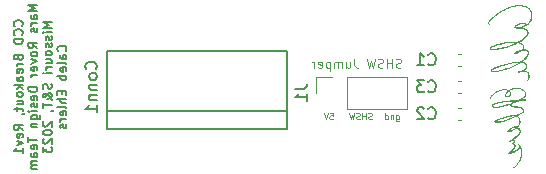
<source format=gbr>
%TF.GenerationSoftware,KiCad,Pcbnew,7.0.7*%
%TF.CreationDate,2023-10-30T23:16:01-05:00*%
%TF.ProjectId,CCD_Breakout,4343445f-4272-4656-916b-6f75742e6b69,rev?*%
%TF.SameCoordinates,Original*%
%TF.FileFunction,Legend,Bot*%
%TF.FilePolarity,Positive*%
%FSLAX46Y46*%
G04 Gerber Fmt 4.6, Leading zero omitted, Abs format (unit mm)*
G04 Created by KiCad (PCBNEW 7.0.7) date 2023-10-30 23:16:01*
%MOMM*%
%LPD*%
G01*
G04 APERTURE LIST*
%ADD10C,0.152400*%
%ADD11C,0.076200*%
%ADD12C,0.095250*%
%ADD13C,0.150000*%
%ADD14C,0.120000*%
G04 APERTURE END LIST*
D10*
X47199789Y-21771429D02*
X47236075Y-21735143D01*
X47236075Y-21735143D02*
X47272360Y-21626286D01*
X47272360Y-21626286D02*
X47272360Y-21553714D01*
X47272360Y-21553714D02*
X47236075Y-21444857D01*
X47236075Y-21444857D02*
X47163503Y-21372286D01*
X47163503Y-21372286D02*
X47090932Y-21336000D01*
X47090932Y-21336000D02*
X46945789Y-21299714D01*
X46945789Y-21299714D02*
X46836932Y-21299714D01*
X46836932Y-21299714D02*
X46691789Y-21336000D01*
X46691789Y-21336000D02*
X46619217Y-21372286D01*
X46619217Y-21372286D02*
X46546646Y-21444857D01*
X46546646Y-21444857D02*
X46510360Y-21553714D01*
X46510360Y-21553714D02*
X46510360Y-21626286D01*
X46510360Y-21626286D02*
X46546646Y-21735143D01*
X46546646Y-21735143D02*
X46582932Y-21771429D01*
X47199789Y-22533429D02*
X47236075Y-22497143D01*
X47236075Y-22497143D02*
X47272360Y-22388286D01*
X47272360Y-22388286D02*
X47272360Y-22315714D01*
X47272360Y-22315714D02*
X47236075Y-22206857D01*
X47236075Y-22206857D02*
X47163503Y-22134286D01*
X47163503Y-22134286D02*
X47090932Y-22098000D01*
X47090932Y-22098000D02*
X46945789Y-22061714D01*
X46945789Y-22061714D02*
X46836932Y-22061714D01*
X46836932Y-22061714D02*
X46691789Y-22098000D01*
X46691789Y-22098000D02*
X46619217Y-22134286D01*
X46619217Y-22134286D02*
X46546646Y-22206857D01*
X46546646Y-22206857D02*
X46510360Y-22315714D01*
X46510360Y-22315714D02*
X46510360Y-22388286D01*
X46510360Y-22388286D02*
X46546646Y-22497143D01*
X46546646Y-22497143D02*
X46582932Y-22533429D01*
X47272360Y-22860000D02*
X46510360Y-22860000D01*
X46510360Y-22860000D02*
X46510360Y-23041429D01*
X46510360Y-23041429D02*
X46546646Y-23150286D01*
X46546646Y-23150286D02*
X46619217Y-23222857D01*
X46619217Y-23222857D02*
X46691789Y-23259143D01*
X46691789Y-23259143D02*
X46836932Y-23295429D01*
X46836932Y-23295429D02*
X46945789Y-23295429D01*
X46945789Y-23295429D02*
X47090932Y-23259143D01*
X47090932Y-23259143D02*
X47163503Y-23222857D01*
X47163503Y-23222857D02*
X47236075Y-23150286D01*
X47236075Y-23150286D02*
X47272360Y-23041429D01*
X47272360Y-23041429D02*
X47272360Y-22860000D01*
X46873217Y-24456571D02*
X46909503Y-24565428D01*
X46909503Y-24565428D02*
X46945789Y-24601714D01*
X46945789Y-24601714D02*
X47018360Y-24638000D01*
X47018360Y-24638000D02*
X47127217Y-24638000D01*
X47127217Y-24638000D02*
X47199789Y-24601714D01*
X47199789Y-24601714D02*
X47236075Y-24565428D01*
X47236075Y-24565428D02*
X47272360Y-24492857D01*
X47272360Y-24492857D02*
X47272360Y-24202571D01*
X47272360Y-24202571D02*
X46510360Y-24202571D01*
X46510360Y-24202571D02*
X46510360Y-24456571D01*
X46510360Y-24456571D02*
X46546646Y-24529143D01*
X46546646Y-24529143D02*
X46582932Y-24565428D01*
X46582932Y-24565428D02*
X46655503Y-24601714D01*
X46655503Y-24601714D02*
X46728075Y-24601714D01*
X46728075Y-24601714D02*
X46800646Y-24565428D01*
X46800646Y-24565428D02*
X46836932Y-24529143D01*
X46836932Y-24529143D02*
X46873217Y-24456571D01*
X46873217Y-24456571D02*
X46873217Y-24202571D01*
X47272360Y-24964571D02*
X46764360Y-24964571D01*
X46909503Y-24964571D02*
X46836932Y-25000857D01*
X46836932Y-25000857D02*
X46800646Y-25037143D01*
X46800646Y-25037143D02*
X46764360Y-25109714D01*
X46764360Y-25109714D02*
X46764360Y-25182285D01*
X47236075Y-25726571D02*
X47272360Y-25653999D01*
X47272360Y-25653999D02*
X47272360Y-25508857D01*
X47272360Y-25508857D02*
X47236075Y-25436285D01*
X47236075Y-25436285D02*
X47163503Y-25399999D01*
X47163503Y-25399999D02*
X46873217Y-25399999D01*
X46873217Y-25399999D02*
X46800646Y-25436285D01*
X46800646Y-25436285D02*
X46764360Y-25508857D01*
X46764360Y-25508857D02*
X46764360Y-25653999D01*
X46764360Y-25653999D02*
X46800646Y-25726571D01*
X46800646Y-25726571D02*
X46873217Y-25762857D01*
X46873217Y-25762857D02*
X46945789Y-25762857D01*
X46945789Y-25762857D02*
X47018360Y-25399999D01*
X47272360Y-26416000D02*
X46873217Y-26416000D01*
X46873217Y-26416000D02*
X46800646Y-26379714D01*
X46800646Y-26379714D02*
X46764360Y-26307142D01*
X46764360Y-26307142D02*
X46764360Y-26162000D01*
X46764360Y-26162000D02*
X46800646Y-26089428D01*
X47236075Y-26416000D02*
X47272360Y-26343428D01*
X47272360Y-26343428D02*
X47272360Y-26162000D01*
X47272360Y-26162000D02*
X47236075Y-26089428D01*
X47236075Y-26089428D02*
X47163503Y-26053142D01*
X47163503Y-26053142D02*
X47090932Y-26053142D01*
X47090932Y-26053142D02*
X47018360Y-26089428D01*
X47018360Y-26089428D02*
X46982075Y-26162000D01*
X46982075Y-26162000D02*
X46982075Y-26343428D01*
X46982075Y-26343428D02*
X46945789Y-26416000D01*
X47272360Y-26778857D02*
X46510360Y-26778857D01*
X46982075Y-26851429D02*
X47272360Y-27069143D01*
X46764360Y-27069143D02*
X47054646Y-26778857D01*
X47272360Y-27504571D02*
X47236075Y-27432000D01*
X47236075Y-27432000D02*
X47199789Y-27395714D01*
X47199789Y-27395714D02*
X47127217Y-27359428D01*
X47127217Y-27359428D02*
X46909503Y-27359428D01*
X46909503Y-27359428D02*
X46836932Y-27395714D01*
X46836932Y-27395714D02*
X46800646Y-27432000D01*
X46800646Y-27432000D02*
X46764360Y-27504571D01*
X46764360Y-27504571D02*
X46764360Y-27613428D01*
X46764360Y-27613428D02*
X46800646Y-27686000D01*
X46800646Y-27686000D02*
X46836932Y-27722286D01*
X46836932Y-27722286D02*
X46909503Y-27758571D01*
X46909503Y-27758571D02*
X47127217Y-27758571D01*
X47127217Y-27758571D02*
X47199789Y-27722286D01*
X47199789Y-27722286D02*
X47236075Y-27686000D01*
X47236075Y-27686000D02*
X47272360Y-27613428D01*
X47272360Y-27613428D02*
X47272360Y-27504571D01*
X46764360Y-28411715D02*
X47272360Y-28411715D01*
X46764360Y-28085143D02*
X47163503Y-28085143D01*
X47163503Y-28085143D02*
X47236075Y-28121429D01*
X47236075Y-28121429D02*
X47272360Y-28194000D01*
X47272360Y-28194000D02*
X47272360Y-28302857D01*
X47272360Y-28302857D02*
X47236075Y-28375429D01*
X47236075Y-28375429D02*
X47199789Y-28411715D01*
X46764360Y-28665715D02*
X46764360Y-28956001D01*
X46510360Y-28774572D02*
X47163503Y-28774572D01*
X47163503Y-28774572D02*
X47236075Y-28810858D01*
X47236075Y-28810858D02*
X47272360Y-28883429D01*
X47272360Y-28883429D02*
X47272360Y-28956001D01*
X47236075Y-29246287D02*
X47272360Y-29246287D01*
X47272360Y-29246287D02*
X47344932Y-29210001D01*
X47344932Y-29210001D02*
X47381217Y-29173715D01*
X47272360Y-30588858D02*
X46909503Y-30334858D01*
X47272360Y-30153429D02*
X46510360Y-30153429D01*
X46510360Y-30153429D02*
X46510360Y-30443715D01*
X46510360Y-30443715D02*
X46546646Y-30516286D01*
X46546646Y-30516286D02*
X46582932Y-30552572D01*
X46582932Y-30552572D02*
X46655503Y-30588858D01*
X46655503Y-30588858D02*
X46764360Y-30588858D01*
X46764360Y-30588858D02*
X46836932Y-30552572D01*
X46836932Y-30552572D02*
X46873217Y-30516286D01*
X46873217Y-30516286D02*
X46909503Y-30443715D01*
X46909503Y-30443715D02*
X46909503Y-30153429D01*
X47236075Y-31205715D02*
X47272360Y-31133143D01*
X47272360Y-31133143D02*
X47272360Y-30988001D01*
X47272360Y-30988001D02*
X47236075Y-30915429D01*
X47236075Y-30915429D02*
X47163503Y-30879143D01*
X47163503Y-30879143D02*
X46873217Y-30879143D01*
X46873217Y-30879143D02*
X46800646Y-30915429D01*
X46800646Y-30915429D02*
X46764360Y-30988001D01*
X46764360Y-30988001D02*
X46764360Y-31133143D01*
X46764360Y-31133143D02*
X46800646Y-31205715D01*
X46800646Y-31205715D02*
X46873217Y-31242001D01*
X46873217Y-31242001D02*
X46945789Y-31242001D01*
X46945789Y-31242001D02*
X47018360Y-30879143D01*
X46764360Y-31496001D02*
X47272360Y-31677429D01*
X47272360Y-31677429D02*
X46764360Y-31858858D01*
X47272360Y-32548286D02*
X47272360Y-32112857D01*
X47272360Y-32330572D02*
X46510360Y-32330572D01*
X46510360Y-32330572D02*
X46619217Y-32258000D01*
X46619217Y-32258000D02*
X46691789Y-32185429D01*
X46691789Y-32185429D02*
X46728075Y-32112857D01*
X48499180Y-19975286D02*
X47737180Y-19975286D01*
X47737180Y-19975286D02*
X48281466Y-20229286D01*
X48281466Y-20229286D02*
X47737180Y-20483286D01*
X47737180Y-20483286D02*
X48499180Y-20483286D01*
X48499180Y-21172715D02*
X48100037Y-21172715D01*
X48100037Y-21172715D02*
X48027466Y-21136429D01*
X48027466Y-21136429D02*
X47991180Y-21063857D01*
X47991180Y-21063857D02*
X47991180Y-20918715D01*
X47991180Y-20918715D02*
X48027466Y-20846143D01*
X48462895Y-21172715D02*
X48499180Y-21100143D01*
X48499180Y-21100143D02*
X48499180Y-20918715D01*
X48499180Y-20918715D02*
X48462895Y-20846143D01*
X48462895Y-20846143D02*
X48390323Y-20809857D01*
X48390323Y-20809857D02*
X48317752Y-20809857D01*
X48317752Y-20809857D02*
X48245180Y-20846143D01*
X48245180Y-20846143D02*
X48208895Y-20918715D01*
X48208895Y-20918715D02*
X48208895Y-21100143D01*
X48208895Y-21100143D02*
X48172609Y-21172715D01*
X48499180Y-21535572D02*
X47991180Y-21535572D01*
X48136323Y-21535572D02*
X48063752Y-21571858D01*
X48063752Y-21571858D02*
X48027466Y-21608144D01*
X48027466Y-21608144D02*
X47991180Y-21680715D01*
X47991180Y-21680715D02*
X47991180Y-21753286D01*
X48462895Y-21971000D02*
X48499180Y-22043572D01*
X48499180Y-22043572D02*
X48499180Y-22188715D01*
X48499180Y-22188715D02*
X48462895Y-22261286D01*
X48462895Y-22261286D02*
X48390323Y-22297572D01*
X48390323Y-22297572D02*
X48354037Y-22297572D01*
X48354037Y-22297572D02*
X48281466Y-22261286D01*
X48281466Y-22261286D02*
X48245180Y-22188715D01*
X48245180Y-22188715D02*
X48245180Y-22079858D01*
X48245180Y-22079858D02*
X48208895Y-22007286D01*
X48208895Y-22007286D02*
X48136323Y-21971000D01*
X48136323Y-21971000D02*
X48100037Y-21971000D01*
X48100037Y-21971000D02*
X48027466Y-22007286D01*
X48027466Y-22007286D02*
X47991180Y-22079858D01*
X47991180Y-22079858D02*
X47991180Y-22188715D01*
X47991180Y-22188715D02*
X48027466Y-22261286D01*
X48499180Y-23640143D02*
X48136323Y-23386143D01*
X48499180Y-23204714D02*
X47737180Y-23204714D01*
X47737180Y-23204714D02*
X47737180Y-23495000D01*
X47737180Y-23495000D02*
X47773466Y-23567571D01*
X47773466Y-23567571D02*
X47809752Y-23603857D01*
X47809752Y-23603857D02*
X47882323Y-23640143D01*
X47882323Y-23640143D02*
X47991180Y-23640143D01*
X47991180Y-23640143D02*
X48063752Y-23603857D01*
X48063752Y-23603857D02*
X48100037Y-23567571D01*
X48100037Y-23567571D02*
X48136323Y-23495000D01*
X48136323Y-23495000D02*
X48136323Y-23204714D01*
X48499180Y-24075571D02*
X48462895Y-24003000D01*
X48462895Y-24003000D02*
X48426609Y-23966714D01*
X48426609Y-23966714D02*
X48354037Y-23930428D01*
X48354037Y-23930428D02*
X48136323Y-23930428D01*
X48136323Y-23930428D02*
X48063752Y-23966714D01*
X48063752Y-23966714D02*
X48027466Y-24003000D01*
X48027466Y-24003000D02*
X47991180Y-24075571D01*
X47991180Y-24075571D02*
X47991180Y-24184428D01*
X47991180Y-24184428D02*
X48027466Y-24257000D01*
X48027466Y-24257000D02*
X48063752Y-24293286D01*
X48063752Y-24293286D02*
X48136323Y-24329571D01*
X48136323Y-24329571D02*
X48354037Y-24329571D01*
X48354037Y-24329571D02*
X48426609Y-24293286D01*
X48426609Y-24293286D02*
X48462895Y-24257000D01*
X48462895Y-24257000D02*
X48499180Y-24184428D01*
X48499180Y-24184428D02*
X48499180Y-24075571D01*
X47991180Y-24583572D02*
X48499180Y-24765000D01*
X48499180Y-24765000D02*
X47991180Y-24946429D01*
X48462895Y-25527000D02*
X48499180Y-25454428D01*
X48499180Y-25454428D02*
X48499180Y-25309286D01*
X48499180Y-25309286D02*
X48462895Y-25236714D01*
X48462895Y-25236714D02*
X48390323Y-25200428D01*
X48390323Y-25200428D02*
X48100037Y-25200428D01*
X48100037Y-25200428D02*
X48027466Y-25236714D01*
X48027466Y-25236714D02*
X47991180Y-25309286D01*
X47991180Y-25309286D02*
X47991180Y-25454428D01*
X47991180Y-25454428D02*
X48027466Y-25527000D01*
X48027466Y-25527000D02*
X48100037Y-25563286D01*
X48100037Y-25563286D02*
X48172609Y-25563286D01*
X48172609Y-25563286D02*
X48245180Y-25200428D01*
X48499180Y-25889857D02*
X47991180Y-25889857D01*
X48136323Y-25889857D02*
X48063752Y-25926143D01*
X48063752Y-25926143D02*
X48027466Y-25962429D01*
X48027466Y-25962429D02*
X47991180Y-26035000D01*
X47991180Y-26035000D02*
X47991180Y-26107571D01*
X48499180Y-26942142D02*
X47737180Y-26942142D01*
X47737180Y-26942142D02*
X47737180Y-27123571D01*
X47737180Y-27123571D02*
X47773466Y-27232428D01*
X47773466Y-27232428D02*
X47846037Y-27304999D01*
X47846037Y-27304999D02*
X47918609Y-27341285D01*
X47918609Y-27341285D02*
X48063752Y-27377571D01*
X48063752Y-27377571D02*
X48172609Y-27377571D01*
X48172609Y-27377571D02*
X48317752Y-27341285D01*
X48317752Y-27341285D02*
X48390323Y-27304999D01*
X48390323Y-27304999D02*
X48462895Y-27232428D01*
X48462895Y-27232428D02*
X48499180Y-27123571D01*
X48499180Y-27123571D02*
X48499180Y-26942142D01*
X48462895Y-27994428D02*
X48499180Y-27921856D01*
X48499180Y-27921856D02*
X48499180Y-27776714D01*
X48499180Y-27776714D02*
X48462895Y-27704142D01*
X48462895Y-27704142D02*
X48390323Y-27667856D01*
X48390323Y-27667856D02*
X48100037Y-27667856D01*
X48100037Y-27667856D02*
X48027466Y-27704142D01*
X48027466Y-27704142D02*
X47991180Y-27776714D01*
X47991180Y-27776714D02*
X47991180Y-27921856D01*
X47991180Y-27921856D02*
X48027466Y-27994428D01*
X48027466Y-27994428D02*
X48100037Y-28030714D01*
X48100037Y-28030714D02*
X48172609Y-28030714D01*
X48172609Y-28030714D02*
X48245180Y-27667856D01*
X48462895Y-28320999D02*
X48499180Y-28393571D01*
X48499180Y-28393571D02*
X48499180Y-28538714D01*
X48499180Y-28538714D02*
X48462895Y-28611285D01*
X48462895Y-28611285D02*
X48390323Y-28647571D01*
X48390323Y-28647571D02*
X48354037Y-28647571D01*
X48354037Y-28647571D02*
X48281466Y-28611285D01*
X48281466Y-28611285D02*
X48245180Y-28538714D01*
X48245180Y-28538714D02*
X48245180Y-28429857D01*
X48245180Y-28429857D02*
X48208895Y-28357285D01*
X48208895Y-28357285D02*
X48136323Y-28320999D01*
X48136323Y-28320999D02*
X48100037Y-28320999D01*
X48100037Y-28320999D02*
X48027466Y-28357285D01*
X48027466Y-28357285D02*
X47991180Y-28429857D01*
X47991180Y-28429857D02*
X47991180Y-28538714D01*
X47991180Y-28538714D02*
X48027466Y-28611285D01*
X48499180Y-28974142D02*
X47991180Y-28974142D01*
X47737180Y-28974142D02*
X47773466Y-28937856D01*
X47773466Y-28937856D02*
X47809752Y-28974142D01*
X47809752Y-28974142D02*
X47773466Y-29010428D01*
X47773466Y-29010428D02*
X47737180Y-28974142D01*
X47737180Y-28974142D02*
X47809752Y-28974142D01*
X47991180Y-29663571D02*
X48608037Y-29663571D01*
X48608037Y-29663571D02*
X48680609Y-29627285D01*
X48680609Y-29627285D02*
X48716895Y-29590999D01*
X48716895Y-29590999D02*
X48753180Y-29518428D01*
X48753180Y-29518428D02*
X48753180Y-29409571D01*
X48753180Y-29409571D02*
X48716895Y-29336999D01*
X48462895Y-29663571D02*
X48499180Y-29590999D01*
X48499180Y-29590999D02*
X48499180Y-29445856D01*
X48499180Y-29445856D02*
X48462895Y-29373285D01*
X48462895Y-29373285D02*
X48426609Y-29336999D01*
X48426609Y-29336999D02*
X48354037Y-29300713D01*
X48354037Y-29300713D02*
X48136323Y-29300713D01*
X48136323Y-29300713D02*
X48063752Y-29336999D01*
X48063752Y-29336999D02*
X48027466Y-29373285D01*
X48027466Y-29373285D02*
X47991180Y-29445856D01*
X47991180Y-29445856D02*
X47991180Y-29590999D01*
X47991180Y-29590999D02*
X48027466Y-29663571D01*
X47991180Y-30026428D02*
X48499180Y-30026428D01*
X48063752Y-30026428D02*
X48027466Y-30062714D01*
X48027466Y-30062714D02*
X47991180Y-30135285D01*
X47991180Y-30135285D02*
X47991180Y-30244142D01*
X47991180Y-30244142D02*
X48027466Y-30316714D01*
X48027466Y-30316714D02*
X48100037Y-30353000D01*
X48100037Y-30353000D02*
X48499180Y-30353000D01*
X47737180Y-31187571D02*
X47737180Y-31623000D01*
X48499180Y-31405285D02*
X47737180Y-31405285D01*
X48462895Y-32167285D02*
X48499180Y-32094713D01*
X48499180Y-32094713D02*
X48499180Y-31949571D01*
X48499180Y-31949571D02*
X48462895Y-31876999D01*
X48462895Y-31876999D02*
X48390323Y-31840713D01*
X48390323Y-31840713D02*
X48100037Y-31840713D01*
X48100037Y-31840713D02*
X48027466Y-31876999D01*
X48027466Y-31876999D02*
X47991180Y-31949571D01*
X47991180Y-31949571D02*
X47991180Y-32094713D01*
X47991180Y-32094713D02*
X48027466Y-32167285D01*
X48027466Y-32167285D02*
X48100037Y-32203571D01*
X48100037Y-32203571D02*
X48172609Y-32203571D01*
X48172609Y-32203571D02*
X48245180Y-31840713D01*
X48499180Y-32856714D02*
X48100037Y-32856714D01*
X48100037Y-32856714D02*
X48027466Y-32820428D01*
X48027466Y-32820428D02*
X47991180Y-32747856D01*
X47991180Y-32747856D02*
X47991180Y-32602714D01*
X47991180Y-32602714D02*
X48027466Y-32530142D01*
X48462895Y-32856714D02*
X48499180Y-32784142D01*
X48499180Y-32784142D02*
X48499180Y-32602714D01*
X48499180Y-32602714D02*
X48462895Y-32530142D01*
X48462895Y-32530142D02*
X48390323Y-32493856D01*
X48390323Y-32493856D02*
X48317752Y-32493856D01*
X48317752Y-32493856D02*
X48245180Y-32530142D01*
X48245180Y-32530142D02*
X48208895Y-32602714D01*
X48208895Y-32602714D02*
X48208895Y-32784142D01*
X48208895Y-32784142D02*
X48172609Y-32856714D01*
X48499180Y-33219571D02*
X47991180Y-33219571D01*
X48063752Y-33219571D02*
X48027466Y-33255857D01*
X48027466Y-33255857D02*
X47991180Y-33328428D01*
X47991180Y-33328428D02*
X47991180Y-33437285D01*
X47991180Y-33437285D02*
X48027466Y-33509857D01*
X48027466Y-33509857D02*
X48100037Y-33546143D01*
X48100037Y-33546143D02*
X48499180Y-33546143D01*
X48100037Y-33546143D02*
X48027466Y-33582428D01*
X48027466Y-33582428D02*
X47991180Y-33655000D01*
X47991180Y-33655000D02*
X47991180Y-33763857D01*
X47991180Y-33763857D02*
X48027466Y-33836428D01*
X48027466Y-33836428D02*
X48100037Y-33872714D01*
X48100037Y-33872714D02*
X48499180Y-33872714D01*
X49726000Y-21426715D02*
X48964000Y-21426715D01*
X48964000Y-21426715D02*
X49508286Y-21680715D01*
X49508286Y-21680715D02*
X48964000Y-21934715D01*
X48964000Y-21934715D02*
X49726000Y-21934715D01*
X49726000Y-22297572D02*
X49218000Y-22297572D01*
X48964000Y-22297572D02*
X49000286Y-22261286D01*
X49000286Y-22261286D02*
X49036572Y-22297572D01*
X49036572Y-22297572D02*
X49000286Y-22333858D01*
X49000286Y-22333858D02*
X48964000Y-22297572D01*
X48964000Y-22297572D02*
X49036572Y-22297572D01*
X49689715Y-22624143D02*
X49726000Y-22696715D01*
X49726000Y-22696715D02*
X49726000Y-22841858D01*
X49726000Y-22841858D02*
X49689715Y-22914429D01*
X49689715Y-22914429D02*
X49617143Y-22950715D01*
X49617143Y-22950715D02*
X49580857Y-22950715D01*
X49580857Y-22950715D02*
X49508286Y-22914429D01*
X49508286Y-22914429D02*
X49472000Y-22841858D01*
X49472000Y-22841858D02*
X49472000Y-22733001D01*
X49472000Y-22733001D02*
X49435715Y-22660429D01*
X49435715Y-22660429D02*
X49363143Y-22624143D01*
X49363143Y-22624143D02*
X49326857Y-22624143D01*
X49326857Y-22624143D02*
X49254286Y-22660429D01*
X49254286Y-22660429D02*
X49218000Y-22733001D01*
X49218000Y-22733001D02*
X49218000Y-22841858D01*
X49218000Y-22841858D02*
X49254286Y-22914429D01*
X49689715Y-23241000D02*
X49726000Y-23313572D01*
X49726000Y-23313572D02*
X49726000Y-23458715D01*
X49726000Y-23458715D02*
X49689715Y-23531286D01*
X49689715Y-23531286D02*
X49617143Y-23567572D01*
X49617143Y-23567572D02*
X49580857Y-23567572D01*
X49580857Y-23567572D02*
X49508286Y-23531286D01*
X49508286Y-23531286D02*
X49472000Y-23458715D01*
X49472000Y-23458715D02*
X49472000Y-23349858D01*
X49472000Y-23349858D02*
X49435715Y-23277286D01*
X49435715Y-23277286D02*
X49363143Y-23241000D01*
X49363143Y-23241000D02*
X49326857Y-23241000D01*
X49326857Y-23241000D02*
X49254286Y-23277286D01*
X49254286Y-23277286D02*
X49218000Y-23349858D01*
X49218000Y-23349858D02*
X49218000Y-23458715D01*
X49218000Y-23458715D02*
X49254286Y-23531286D01*
X49726000Y-24003000D02*
X49689715Y-23930429D01*
X49689715Y-23930429D02*
X49653429Y-23894143D01*
X49653429Y-23894143D02*
X49580857Y-23857857D01*
X49580857Y-23857857D02*
X49363143Y-23857857D01*
X49363143Y-23857857D02*
X49290572Y-23894143D01*
X49290572Y-23894143D02*
X49254286Y-23930429D01*
X49254286Y-23930429D02*
X49218000Y-24003000D01*
X49218000Y-24003000D02*
X49218000Y-24111857D01*
X49218000Y-24111857D02*
X49254286Y-24184429D01*
X49254286Y-24184429D02*
X49290572Y-24220715D01*
X49290572Y-24220715D02*
X49363143Y-24257000D01*
X49363143Y-24257000D02*
X49580857Y-24257000D01*
X49580857Y-24257000D02*
X49653429Y-24220715D01*
X49653429Y-24220715D02*
X49689715Y-24184429D01*
X49689715Y-24184429D02*
X49726000Y-24111857D01*
X49726000Y-24111857D02*
X49726000Y-24003000D01*
X49218000Y-24910144D02*
X49726000Y-24910144D01*
X49218000Y-24583572D02*
X49617143Y-24583572D01*
X49617143Y-24583572D02*
X49689715Y-24619858D01*
X49689715Y-24619858D02*
X49726000Y-24692429D01*
X49726000Y-24692429D02*
X49726000Y-24801286D01*
X49726000Y-24801286D02*
X49689715Y-24873858D01*
X49689715Y-24873858D02*
X49653429Y-24910144D01*
X49726000Y-25273001D02*
X49218000Y-25273001D01*
X49363143Y-25273001D02*
X49290572Y-25309287D01*
X49290572Y-25309287D02*
X49254286Y-25345573D01*
X49254286Y-25345573D02*
X49218000Y-25418144D01*
X49218000Y-25418144D02*
X49218000Y-25490715D01*
X49726000Y-25744715D02*
X49218000Y-25744715D01*
X48964000Y-25744715D02*
X49000286Y-25708429D01*
X49000286Y-25708429D02*
X49036572Y-25744715D01*
X49036572Y-25744715D02*
X49000286Y-25781001D01*
X49000286Y-25781001D02*
X48964000Y-25744715D01*
X48964000Y-25744715D02*
X49036572Y-25744715D01*
X49689715Y-26651857D02*
X49726000Y-26760715D01*
X49726000Y-26760715D02*
X49726000Y-26942143D01*
X49726000Y-26942143D02*
X49689715Y-27014715D01*
X49689715Y-27014715D02*
X49653429Y-27051000D01*
X49653429Y-27051000D02*
X49580857Y-27087286D01*
X49580857Y-27087286D02*
X49508286Y-27087286D01*
X49508286Y-27087286D02*
X49435715Y-27051000D01*
X49435715Y-27051000D02*
X49399429Y-27014715D01*
X49399429Y-27014715D02*
X49363143Y-26942143D01*
X49363143Y-26942143D02*
X49326857Y-26797000D01*
X49326857Y-26797000D02*
X49290572Y-26724429D01*
X49290572Y-26724429D02*
X49254286Y-26688143D01*
X49254286Y-26688143D02*
X49181715Y-26651857D01*
X49181715Y-26651857D02*
X49109143Y-26651857D01*
X49109143Y-26651857D02*
X49036572Y-26688143D01*
X49036572Y-26688143D02*
X49000286Y-26724429D01*
X49000286Y-26724429D02*
X48964000Y-26797000D01*
X48964000Y-26797000D02*
X48964000Y-26978429D01*
X48964000Y-26978429D02*
X49000286Y-27087286D01*
X49726000Y-28030714D02*
X49726000Y-27994429D01*
X49726000Y-27994429D02*
X49689715Y-27921857D01*
X49689715Y-27921857D02*
X49580857Y-27813000D01*
X49580857Y-27813000D02*
X49363143Y-27631571D01*
X49363143Y-27631571D02*
X49254286Y-27559000D01*
X49254286Y-27559000D02*
X49145429Y-27522714D01*
X49145429Y-27522714D02*
X49072857Y-27522714D01*
X49072857Y-27522714D02*
X49000286Y-27559000D01*
X49000286Y-27559000D02*
X48964000Y-27631571D01*
X48964000Y-27631571D02*
X48964000Y-27667857D01*
X48964000Y-27667857D02*
X49000286Y-27740429D01*
X49000286Y-27740429D02*
X49072857Y-27776714D01*
X49072857Y-27776714D02*
X49109143Y-27776714D01*
X49109143Y-27776714D02*
X49181715Y-27740429D01*
X49181715Y-27740429D02*
X49218000Y-27704143D01*
X49218000Y-27704143D02*
X49363143Y-27486429D01*
X49363143Y-27486429D02*
X49399429Y-27450143D01*
X49399429Y-27450143D02*
X49472000Y-27413857D01*
X49472000Y-27413857D02*
X49580857Y-27413857D01*
X49580857Y-27413857D02*
X49653429Y-27450143D01*
X49653429Y-27450143D02*
X49689715Y-27486429D01*
X49689715Y-27486429D02*
X49726000Y-27559000D01*
X49726000Y-27559000D02*
X49726000Y-27667857D01*
X49726000Y-27667857D02*
X49689715Y-27740429D01*
X49689715Y-27740429D02*
X49653429Y-27776714D01*
X49653429Y-27776714D02*
X49508286Y-27885571D01*
X49508286Y-27885571D02*
X49399429Y-27921857D01*
X49399429Y-27921857D02*
X49326857Y-27921857D01*
X48964000Y-28248429D02*
X48964000Y-28683858D01*
X49726000Y-28466143D02*
X48964000Y-28466143D01*
X49689715Y-28974143D02*
X49726000Y-28974143D01*
X49726000Y-28974143D02*
X49798572Y-28937857D01*
X49798572Y-28937857D02*
X49834857Y-28901571D01*
X49036572Y-29844999D02*
X49000286Y-29881285D01*
X49000286Y-29881285D02*
X48964000Y-29953857D01*
X48964000Y-29953857D02*
X48964000Y-30135285D01*
X48964000Y-30135285D02*
X49000286Y-30207857D01*
X49000286Y-30207857D02*
X49036572Y-30244142D01*
X49036572Y-30244142D02*
X49109143Y-30280428D01*
X49109143Y-30280428D02*
X49181715Y-30280428D01*
X49181715Y-30280428D02*
X49290572Y-30244142D01*
X49290572Y-30244142D02*
X49726000Y-29808714D01*
X49726000Y-29808714D02*
X49726000Y-30280428D01*
X48964000Y-30752142D02*
X48964000Y-30824713D01*
X48964000Y-30824713D02*
X49000286Y-30897285D01*
X49000286Y-30897285D02*
X49036572Y-30933571D01*
X49036572Y-30933571D02*
X49109143Y-30969856D01*
X49109143Y-30969856D02*
X49254286Y-31006142D01*
X49254286Y-31006142D02*
X49435715Y-31006142D01*
X49435715Y-31006142D02*
X49580857Y-30969856D01*
X49580857Y-30969856D02*
X49653429Y-30933571D01*
X49653429Y-30933571D02*
X49689715Y-30897285D01*
X49689715Y-30897285D02*
X49726000Y-30824713D01*
X49726000Y-30824713D02*
X49726000Y-30752142D01*
X49726000Y-30752142D02*
X49689715Y-30679571D01*
X49689715Y-30679571D02*
X49653429Y-30643285D01*
X49653429Y-30643285D02*
X49580857Y-30606999D01*
X49580857Y-30606999D02*
X49435715Y-30570713D01*
X49435715Y-30570713D02*
X49254286Y-30570713D01*
X49254286Y-30570713D02*
X49109143Y-30606999D01*
X49109143Y-30606999D02*
X49036572Y-30643285D01*
X49036572Y-30643285D02*
X49000286Y-30679571D01*
X49000286Y-30679571D02*
X48964000Y-30752142D01*
X49036572Y-31296427D02*
X49000286Y-31332713D01*
X49000286Y-31332713D02*
X48964000Y-31405285D01*
X48964000Y-31405285D02*
X48964000Y-31586713D01*
X48964000Y-31586713D02*
X49000286Y-31659285D01*
X49000286Y-31659285D02*
X49036572Y-31695570D01*
X49036572Y-31695570D02*
X49109143Y-31731856D01*
X49109143Y-31731856D02*
X49181715Y-31731856D01*
X49181715Y-31731856D02*
X49290572Y-31695570D01*
X49290572Y-31695570D02*
X49726000Y-31260142D01*
X49726000Y-31260142D02*
X49726000Y-31731856D01*
X48964000Y-31985856D02*
X48964000Y-32457570D01*
X48964000Y-32457570D02*
X49254286Y-32203570D01*
X49254286Y-32203570D02*
X49254286Y-32312427D01*
X49254286Y-32312427D02*
X49290572Y-32384999D01*
X49290572Y-32384999D02*
X49326857Y-32421284D01*
X49326857Y-32421284D02*
X49399429Y-32457570D01*
X49399429Y-32457570D02*
X49580857Y-32457570D01*
X49580857Y-32457570D02*
X49653429Y-32421284D01*
X49653429Y-32421284D02*
X49689715Y-32384999D01*
X49689715Y-32384999D02*
X49726000Y-32312427D01*
X49726000Y-32312427D02*
X49726000Y-32094713D01*
X49726000Y-32094713D02*
X49689715Y-32022141D01*
X49689715Y-32022141D02*
X49653429Y-31985856D01*
X50880249Y-23894142D02*
X50916535Y-23857856D01*
X50916535Y-23857856D02*
X50952820Y-23748999D01*
X50952820Y-23748999D02*
X50952820Y-23676427D01*
X50952820Y-23676427D02*
X50916535Y-23567570D01*
X50916535Y-23567570D02*
X50843963Y-23494999D01*
X50843963Y-23494999D02*
X50771392Y-23458713D01*
X50771392Y-23458713D02*
X50626249Y-23422427D01*
X50626249Y-23422427D02*
X50517392Y-23422427D01*
X50517392Y-23422427D02*
X50372249Y-23458713D01*
X50372249Y-23458713D02*
X50299677Y-23494999D01*
X50299677Y-23494999D02*
X50227106Y-23567570D01*
X50227106Y-23567570D02*
X50190820Y-23676427D01*
X50190820Y-23676427D02*
X50190820Y-23748999D01*
X50190820Y-23748999D02*
X50227106Y-23857856D01*
X50227106Y-23857856D02*
X50263392Y-23894142D01*
X50952820Y-24547285D02*
X50553677Y-24547285D01*
X50553677Y-24547285D02*
X50481106Y-24510999D01*
X50481106Y-24510999D02*
X50444820Y-24438427D01*
X50444820Y-24438427D02*
X50444820Y-24293285D01*
X50444820Y-24293285D02*
X50481106Y-24220713D01*
X50916535Y-24547285D02*
X50952820Y-24474713D01*
X50952820Y-24474713D02*
X50952820Y-24293285D01*
X50952820Y-24293285D02*
X50916535Y-24220713D01*
X50916535Y-24220713D02*
X50843963Y-24184427D01*
X50843963Y-24184427D02*
X50771392Y-24184427D01*
X50771392Y-24184427D02*
X50698820Y-24220713D01*
X50698820Y-24220713D02*
X50662535Y-24293285D01*
X50662535Y-24293285D02*
X50662535Y-24474713D01*
X50662535Y-24474713D02*
X50626249Y-24547285D01*
X50952820Y-25018999D02*
X50916535Y-24946428D01*
X50916535Y-24946428D02*
X50843963Y-24910142D01*
X50843963Y-24910142D02*
X50190820Y-24910142D01*
X50916535Y-25599571D02*
X50952820Y-25526999D01*
X50952820Y-25526999D02*
X50952820Y-25381857D01*
X50952820Y-25381857D02*
X50916535Y-25309285D01*
X50916535Y-25309285D02*
X50843963Y-25272999D01*
X50843963Y-25272999D02*
X50553677Y-25272999D01*
X50553677Y-25272999D02*
X50481106Y-25309285D01*
X50481106Y-25309285D02*
X50444820Y-25381857D01*
X50444820Y-25381857D02*
X50444820Y-25526999D01*
X50444820Y-25526999D02*
X50481106Y-25599571D01*
X50481106Y-25599571D02*
X50553677Y-25635857D01*
X50553677Y-25635857D02*
X50626249Y-25635857D01*
X50626249Y-25635857D02*
X50698820Y-25272999D01*
X50952820Y-25962428D02*
X50190820Y-25962428D01*
X50481106Y-25962428D02*
X50444820Y-26035000D01*
X50444820Y-26035000D02*
X50444820Y-26180142D01*
X50444820Y-26180142D02*
X50481106Y-26252714D01*
X50481106Y-26252714D02*
X50517392Y-26289000D01*
X50517392Y-26289000D02*
X50589963Y-26325285D01*
X50589963Y-26325285D02*
X50807677Y-26325285D01*
X50807677Y-26325285D02*
X50880249Y-26289000D01*
X50880249Y-26289000D02*
X50916535Y-26252714D01*
X50916535Y-26252714D02*
X50952820Y-26180142D01*
X50952820Y-26180142D02*
X50952820Y-26035000D01*
X50952820Y-26035000D02*
X50916535Y-25962428D01*
X50553677Y-27232428D02*
X50553677Y-27486428D01*
X50952820Y-27595285D02*
X50952820Y-27232428D01*
X50952820Y-27232428D02*
X50190820Y-27232428D01*
X50190820Y-27232428D02*
X50190820Y-27595285D01*
X50952820Y-27921857D02*
X50190820Y-27921857D01*
X50952820Y-28248429D02*
X50553677Y-28248429D01*
X50553677Y-28248429D02*
X50481106Y-28212143D01*
X50481106Y-28212143D02*
X50444820Y-28139571D01*
X50444820Y-28139571D02*
X50444820Y-28030714D01*
X50444820Y-28030714D02*
X50481106Y-27958143D01*
X50481106Y-27958143D02*
X50517392Y-27921857D01*
X50952820Y-28720143D02*
X50916535Y-28647572D01*
X50916535Y-28647572D02*
X50843963Y-28611286D01*
X50843963Y-28611286D02*
X50190820Y-28611286D01*
X50916535Y-29300715D02*
X50952820Y-29228143D01*
X50952820Y-29228143D02*
X50952820Y-29083001D01*
X50952820Y-29083001D02*
X50916535Y-29010429D01*
X50916535Y-29010429D02*
X50843963Y-28974143D01*
X50843963Y-28974143D02*
X50553677Y-28974143D01*
X50553677Y-28974143D02*
X50481106Y-29010429D01*
X50481106Y-29010429D02*
X50444820Y-29083001D01*
X50444820Y-29083001D02*
X50444820Y-29228143D01*
X50444820Y-29228143D02*
X50481106Y-29300715D01*
X50481106Y-29300715D02*
X50553677Y-29337001D01*
X50553677Y-29337001D02*
X50626249Y-29337001D01*
X50626249Y-29337001D02*
X50698820Y-28974143D01*
X50952820Y-29663572D02*
X50444820Y-29663572D01*
X50589963Y-29663572D02*
X50517392Y-29699858D01*
X50517392Y-29699858D02*
X50481106Y-29736144D01*
X50481106Y-29736144D02*
X50444820Y-29808715D01*
X50444820Y-29808715D02*
X50444820Y-29881286D01*
X50916535Y-30099000D02*
X50952820Y-30171572D01*
X50952820Y-30171572D02*
X50952820Y-30316715D01*
X50952820Y-30316715D02*
X50916535Y-30389286D01*
X50916535Y-30389286D02*
X50843963Y-30425572D01*
X50843963Y-30425572D02*
X50807677Y-30425572D01*
X50807677Y-30425572D02*
X50735106Y-30389286D01*
X50735106Y-30389286D02*
X50698820Y-30316715D01*
X50698820Y-30316715D02*
X50698820Y-30207858D01*
X50698820Y-30207858D02*
X50662535Y-30135286D01*
X50662535Y-30135286D02*
X50589963Y-30099000D01*
X50589963Y-30099000D02*
X50553677Y-30099000D01*
X50553677Y-30099000D02*
X50481106Y-30135286D01*
X50481106Y-30135286D02*
X50444820Y-30207858D01*
X50444820Y-30207858D02*
X50444820Y-30316715D01*
X50444820Y-30316715D02*
X50481106Y-30389286D01*
D11*
X78859202Y-29313200D02*
X78859202Y-29724438D01*
X78859202Y-29724438D02*
X78883392Y-29772819D01*
X78883392Y-29772819D02*
X78907583Y-29797010D01*
X78907583Y-29797010D02*
X78955964Y-29821200D01*
X78955964Y-29821200D02*
X79028535Y-29821200D01*
X79028535Y-29821200D02*
X79076916Y-29797010D01*
X78859202Y-29627677D02*
X78907583Y-29651867D01*
X78907583Y-29651867D02*
X79004345Y-29651867D01*
X79004345Y-29651867D02*
X79052726Y-29627677D01*
X79052726Y-29627677D02*
X79076916Y-29603486D01*
X79076916Y-29603486D02*
X79101107Y-29555105D01*
X79101107Y-29555105D02*
X79101107Y-29409962D01*
X79101107Y-29409962D02*
X79076916Y-29361581D01*
X79076916Y-29361581D02*
X79052726Y-29337391D01*
X79052726Y-29337391D02*
X79004345Y-29313200D01*
X79004345Y-29313200D02*
X78907583Y-29313200D01*
X78907583Y-29313200D02*
X78859202Y-29337391D01*
X78617297Y-29313200D02*
X78617297Y-29651867D01*
X78617297Y-29361581D02*
X78593107Y-29337391D01*
X78593107Y-29337391D02*
X78544726Y-29313200D01*
X78544726Y-29313200D02*
X78472154Y-29313200D01*
X78472154Y-29313200D02*
X78423773Y-29337391D01*
X78423773Y-29337391D02*
X78399583Y-29385772D01*
X78399583Y-29385772D02*
X78399583Y-29651867D01*
X77939964Y-29651867D02*
X77939964Y-29143867D01*
X77939964Y-29627677D02*
X77988345Y-29651867D01*
X77988345Y-29651867D02*
X78085107Y-29651867D01*
X78085107Y-29651867D02*
X78133488Y-29627677D01*
X78133488Y-29627677D02*
X78157678Y-29603486D01*
X78157678Y-29603486D02*
X78181869Y-29555105D01*
X78181869Y-29555105D02*
X78181869Y-29409962D01*
X78181869Y-29409962D02*
X78157678Y-29361581D01*
X78157678Y-29361581D02*
X78133488Y-29337391D01*
X78133488Y-29337391D02*
X78085107Y-29313200D01*
X78085107Y-29313200D02*
X77988345Y-29313200D01*
X77988345Y-29313200D02*
X77939964Y-29337391D01*
X73247011Y-29143867D02*
X73488916Y-29143867D01*
X73488916Y-29143867D02*
X73513107Y-29385772D01*
X73513107Y-29385772D02*
X73488916Y-29361581D01*
X73488916Y-29361581D02*
X73440535Y-29337391D01*
X73440535Y-29337391D02*
X73319583Y-29337391D01*
X73319583Y-29337391D02*
X73271202Y-29361581D01*
X73271202Y-29361581D02*
X73247011Y-29385772D01*
X73247011Y-29385772D02*
X73222821Y-29434153D01*
X73222821Y-29434153D02*
X73222821Y-29555105D01*
X73222821Y-29555105D02*
X73247011Y-29603486D01*
X73247011Y-29603486D02*
X73271202Y-29627677D01*
X73271202Y-29627677D02*
X73319583Y-29651867D01*
X73319583Y-29651867D02*
X73440535Y-29651867D01*
X73440535Y-29651867D02*
X73488916Y-29627677D01*
X73488916Y-29627677D02*
X73513107Y-29603486D01*
X73077678Y-29143867D02*
X72908344Y-29651867D01*
X72908344Y-29651867D02*
X72739011Y-29143867D01*
D12*
X79294193Y-25265507D02*
X79185336Y-25301792D01*
X79185336Y-25301792D02*
X79003907Y-25301792D01*
X79003907Y-25301792D02*
X78931336Y-25265507D01*
X78931336Y-25265507D02*
X78895050Y-25229221D01*
X78895050Y-25229221D02*
X78858764Y-25156649D01*
X78858764Y-25156649D02*
X78858764Y-25084078D01*
X78858764Y-25084078D02*
X78895050Y-25011507D01*
X78895050Y-25011507D02*
X78931336Y-24975221D01*
X78931336Y-24975221D02*
X79003907Y-24938935D01*
X79003907Y-24938935D02*
X79149050Y-24902649D01*
X79149050Y-24902649D02*
X79221621Y-24866364D01*
X79221621Y-24866364D02*
X79257907Y-24830078D01*
X79257907Y-24830078D02*
X79294193Y-24757507D01*
X79294193Y-24757507D02*
X79294193Y-24684935D01*
X79294193Y-24684935D02*
X79257907Y-24612364D01*
X79257907Y-24612364D02*
X79221621Y-24576078D01*
X79221621Y-24576078D02*
X79149050Y-24539792D01*
X79149050Y-24539792D02*
X78967621Y-24539792D01*
X78967621Y-24539792D02*
X78858764Y-24576078D01*
X78532193Y-25301792D02*
X78532193Y-24539792D01*
X78532193Y-24902649D02*
X78096764Y-24902649D01*
X78096764Y-25301792D02*
X78096764Y-24539792D01*
X77770193Y-25265507D02*
X77661336Y-25301792D01*
X77661336Y-25301792D02*
X77479907Y-25301792D01*
X77479907Y-25301792D02*
X77407336Y-25265507D01*
X77407336Y-25265507D02*
X77371050Y-25229221D01*
X77371050Y-25229221D02*
X77334764Y-25156649D01*
X77334764Y-25156649D02*
X77334764Y-25084078D01*
X77334764Y-25084078D02*
X77371050Y-25011507D01*
X77371050Y-25011507D02*
X77407336Y-24975221D01*
X77407336Y-24975221D02*
X77479907Y-24938935D01*
X77479907Y-24938935D02*
X77625050Y-24902649D01*
X77625050Y-24902649D02*
X77697621Y-24866364D01*
X77697621Y-24866364D02*
X77733907Y-24830078D01*
X77733907Y-24830078D02*
X77770193Y-24757507D01*
X77770193Y-24757507D02*
X77770193Y-24684935D01*
X77770193Y-24684935D02*
X77733907Y-24612364D01*
X77733907Y-24612364D02*
X77697621Y-24576078D01*
X77697621Y-24576078D02*
X77625050Y-24539792D01*
X77625050Y-24539792D02*
X77443621Y-24539792D01*
X77443621Y-24539792D02*
X77334764Y-24576078D01*
X77080764Y-24539792D02*
X76899336Y-25301792D01*
X76899336Y-25301792D02*
X76754193Y-24757507D01*
X76754193Y-24757507D02*
X76609050Y-25301792D01*
X76609050Y-25301792D02*
X76427622Y-24539792D01*
X75339051Y-24539792D02*
X75339051Y-25084078D01*
X75339051Y-25084078D02*
X75375336Y-25192935D01*
X75375336Y-25192935D02*
X75447908Y-25265507D01*
X75447908Y-25265507D02*
X75556765Y-25301792D01*
X75556765Y-25301792D02*
X75629336Y-25301792D01*
X74649623Y-24793792D02*
X74649623Y-25301792D01*
X74976194Y-24793792D02*
X74976194Y-25192935D01*
X74976194Y-25192935D02*
X74939908Y-25265507D01*
X74939908Y-25265507D02*
X74867337Y-25301792D01*
X74867337Y-25301792D02*
X74758480Y-25301792D01*
X74758480Y-25301792D02*
X74685908Y-25265507D01*
X74685908Y-25265507D02*
X74649623Y-25229221D01*
X74286765Y-25301792D02*
X74286765Y-24793792D01*
X74286765Y-24866364D02*
X74250479Y-24830078D01*
X74250479Y-24830078D02*
X74177908Y-24793792D01*
X74177908Y-24793792D02*
X74069051Y-24793792D01*
X74069051Y-24793792D02*
X73996479Y-24830078D01*
X73996479Y-24830078D02*
X73960194Y-24902649D01*
X73960194Y-24902649D02*
X73960194Y-25301792D01*
X73960194Y-24902649D02*
X73923908Y-24830078D01*
X73923908Y-24830078D02*
X73851336Y-24793792D01*
X73851336Y-24793792D02*
X73742479Y-24793792D01*
X73742479Y-24793792D02*
X73669908Y-24830078D01*
X73669908Y-24830078D02*
X73633622Y-24902649D01*
X73633622Y-24902649D02*
X73633622Y-25301792D01*
X73270765Y-24793792D02*
X73270765Y-25555792D01*
X73270765Y-24830078D02*
X73198194Y-24793792D01*
X73198194Y-24793792D02*
X73053051Y-24793792D01*
X73053051Y-24793792D02*
X72980479Y-24830078D01*
X72980479Y-24830078D02*
X72944194Y-24866364D01*
X72944194Y-24866364D02*
X72907908Y-24938935D01*
X72907908Y-24938935D02*
X72907908Y-25156649D01*
X72907908Y-25156649D02*
X72944194Y-25229221D01*
X72944194Y-25229221D02*
X72980479Y-25265507D01*
X72980479Y-25265507D02*
X73053051Y-25301792D01*
X73053051Y-25301792D02*
X73198194Y-25301792D01*
X73198194Y-25301792D02*
X73270765Y-25265507D01*
X72291050Y-25265507D02*
X72363622Y-25301792D01*
X72363622Y-25301792D02*
X72508765Y-25301792D01*
X72508765Y-25301792D02*
X72581336Y-25265507D01*
X72581336Y-25265507D02*
X72617622Y-25192935D01*
X72617622Y-25192935D02*
X72617622Y-24902649D01*
X72617622Y-24902649D02*
X72581336Y-24830078D01*
X72581336Y-24830078D02*
X72508765Y-24793792D01*
X72508765Y-24793792D02*
X72363622Y-24793792D01*
X72363622Y-24793792D02*
X72291050Y-24830078D01*
X72291050Y-24830078D02*
X72254765Y-24902649D01*
X72254765Y-24902649D02*
X72254765Y-24975221D01*
X72254765Y-24975221D02*
X72617622Y-25047792D01*
X71928193Y-25301792D02*
X71928193Y-24793792D01*
X71928193Y-24938935D02*
X71891907Y-24866364D01*
X71891907Y-24866364D02*
X71855622Y-24830078D01*
X71855622Y-24830078D02*
X71783050Y-24793792D01*
X71783050Y-24793792D02*
X71710479Y-24793792D01*
D11*
X76815107Y-29627677D02*
X76742535Y-29651867D01*
X76742535Y-29651867D02*
X76621583Y-29651867D01*
X76621583Y-29651867D02*
X76573202Y-29627677D01*
X76573202Y-29627677D02*
X76549011Y-29603486D01*
X76549011Y-29603486D02*
X76524821Y-29555105D01*
X76524821Y-29555105D02*
X76524821Y-29506724D01*
X76524821Y-29506724D02*
X76549011Y-29458343D01*
X76549011Y-29458343D02*
X76573202Y-29434153D01*
X76573202Y-29434153D02*
X76621583Y-29409962D01*
X76621583Y-29409962D02*
X76718345Y-29385772D01*
X76718345Y-29385772D02*
X76766726Y-29361581D01*
X76766726Y-29361581D02*
X76790916Y-29337391D01*
X76790916Y-29337391D02*
X76815107Y-29289010D01*
X76815107Y-29289010D02*
X76815107Y-29240629D01*
X76815107Y-29240629D02*
X76790916Y-29192248D01*
X76790916Y-29192248D02*
X76766726Y-29168057D01*
X76766726Y-29168057D02*
X76718345Y-29143867D01*
X76718345Y-29143867D02*
X76597392Y-29143867D01*
X76597392Y-29143867D02*
X76524821Y-29168057D01*
X76307106Y-29651867D02*
X76307106Y-29143867D01*
X76307106Y-29385772D02*
X76016820Y-29385772D01*
X76016820Y-29651867D02*
X76016820Y-29143867D01*
X75799107Y-29627677D02*
X75726535Y-29651867D01*
X75726535Y-29651867D02*
X75605583Y-29651867D01*
X75605583Y-29651867D02*
X75557202Y-29627677D01*
X75557202Y-29627677D02*
X75533011Y-29603486D01*
X75533011Y-29603486D02*
X75508821Y-29555105D01*
X75508821Y-29555105D02*
X75508821Y-29506724D01*
X75508821Y-29506724D02*
X75533011Y-29458343D01*
X75533011Y-29458343D02*
X75557202Y-29434153D01*
X75557202Y-29434153D02*
X75605583Y-29409962D01*
X75605583Y-29409962D02*
X75702345Y-29385772D01*
X75702345Y-29385772D02*
X75750726Y-29361581D01*
X75750726Y-29361581D02*
X75774916Y-29337391D01*
X75774916Y-29337391D02*
X75799107Y-29289010D01*
X75799107Y-29289010D02*
X75799107Y-29240629D01*
X75799107Y-29240629D02*
X75774916Y-29192248D01*
X75774916Y-29192248D02*
X75750726Y-29168057D01*
X75750726Y-29168057D02*
X75702345Y-29143867D01*
X75702345Y-29143867D02*
X75581392Y-29143867D01*
X75581392Y-29143867D02*
X75508821Y-29168057D01*
X75339487Y-29143867D02*
X75218535Y-29651867D01*
X75218535Y-29651867D02*
X75121773Y-29289010D01*
X75121773Y-29289010D02*
X75025011Y-29651867D01*
X75025011Y-29651867D02*
X74904059Y-29143867D01*
D13*
X81600166Y-27283580D02*
X81647785Y-27331200D01*
X81647785Y-27331200D02*
X81790642Y-27378819D01*
X81790642Y-27378819D02*
X81885880Y-27378819D01*
X81885880Y-27378819D02*
X82028737Y-27331200D01*
X82028737Y-27331200D02*
X82123975Y-27235961D01*
X82123975Y-27235961D02*
X82171594Y-27140723D01*
X82171594Y-27140723D02*
X82219213Y-26950247D01*
X82219213Y-26950247D02*
X82219213Y-26807390D01*
X82219213Y-26807390D02*
X82171594Y-26616914D01*
X82171594Y-26616914D02*
X82123975Y-26521676D01*
X82123975Y-26521676D02*
X82028737Y-26426438D01*
X82028737Y-26426438D02*
X81885880Y-26378819D01*
X81885880Y-26378819D02*
X81790642Y-26378819D01*
X81790642Y-26378819D02*
X81647785Y-26426438D01*
X81647785Y-26426438D02*
X81600166Y-26474057D01*
X81266832Y-26378819D02*
X80647785Y-26378819D01*
X80647785Y-26378819D02*
X80981118Y-26759771D01*
X80981118Y-26759771D02*
X80838261Y-26759771D01*
X80838261Y-26759771D02*
X80743023Y-26807390D01*
X80743023Y-26807390D02*
X80695404Y-26855009D01*
X80695404Y-26855009D02*
X80647785Y-26950247D01*
X80647785Y-26950247D02*
X80647785Y-27188342D01*
X80647785Y-27188342D02*
X80695404Y-27283580D01*
X80695404Y-27283580D02*
X80743023Y-27331200D01*
X80743023Y-27331200D02*
X80838261Y-27378819D01*
X80838261Y-27378819D02*
X81123975Y-27378819D01*
X81123975Y-27378819D02*
X81219213Y-27331200D01*
X81219213Y-27331200D02*
X81266832Y-27283580D01*
X81600166Y-29569580D02*
X81647785Y-29617200D01*
X81647785Y-29617200D02*
X81790642Y-29664819D01*
X81790642Y-29664819D02*
X81885880Y-29664819D01*
X81885880Y-29664819D02*
X82028737Y-29617200D01*
X82028737Y-29617200D02*
X82123975Y-29521961D01*
X82123975Y-29521961D02*
X82171594Y-29426723D01*
X82171594Y-29426723D02*
X82219213Y-29236247D01*
X82219213Y-29236247D02*
X82219213Y-29093390D01*
X82219213Y-29093390D02*
X82171594Y-28902914D01*
X82171594Y-28902914D02*
X82123975Y-28807676D01*
X82123975Y-28807676D02*
X82028737Y-28712438D01*
X82028737Y-28712438D02*
X81885880Y-28664819D01*
X81885880Y-28664819D02*
X81790642Y-28664819D01*
X81790642Y-28664819D02*
X81647785Y-28712438D01*
X81647785Y-28712438D02*
X81600166Y-28760057D01*
X81219213Y-28760057D02*
X81171594Y-28712438D01*
X81171594Y-28712438D02*
X81076356Y-28664819D01*
X81076356Y-28664819D02*
X80838261Y-28664819D01*
X80838261Y-28664819D02*
X80743023Y-28712438D01*
X80743023Y-28712438D02*
X80695404Y-28760057D01*
X80695404Y-28760057D02*
X80647785Y-28855295D01*
X80647785Y-28855295D02*
X80647785Y-28950533D01*
X80647785Y-28950533D02*
X80695404Y-29093390D01*
X80695404Y-29093390D02*
X81266832Y-29664819D01*
X81266832Y-29664819D02*
X80647785Y-29664819D01*
X53445580Y-25400190D02*
X53493200Y-25352571D01*
X53493200Y-25352571D02*
X53540819Y-25209714D01*
X53540819Y-25209714D02*
X53540819Y-25114476D01*
X53540819Y-25114476D02*
X53493200Y-24971619D01*
X53493200Y-24971619D02*
X53397961Y-24876381D01*
X53397961Y-24876381D02*
X53302723Y-24828762D01*
X53302723Y-24828762D02*
X53112247Y-24781143D01*
X53112247Y-24781143D02*
X52969390Y-24781143D01*
X52969390Y-24781143D02*
X52778914Y-24828762D01*
X52778914Y-24828762D02*
X52683676Y-24876381D01*
X52683676Y-24876381D02*
X52588438Y-24971619D01*
X52588438Y-24971619D02*
X52540819Y-25114476D01*
X52540819Y-25114476D02*
X52540819Y-25209714D01*
X52540819Y-25209714D02*
X52588438Y-25352571D01*
X52588438Y-25352571D02*
X52636057Y-25400190D01*
X53540819Y-25971619D02*
X53493200Y-25876381D01*
X53493200Y-25876381D02*
X53445580Y-25828762D01*
X53445580Y-25828762D02*
X53350342Y-25781143D01*
X53350342Y-25781143D02*
X53064628Y-25781143D01*
X53064628Y-25781143D02*
X52969390Y-25828762D01*
X52969390Y-25828762D02*
X52921771Y-25876381D01*
X52921771Y-25876381D02*
X52874152Y-25971619D01*
X52874152Y-25971619D02*
X52874152Y-26114476D01*
X52874152Y-26114476D02*
X52921771Y-26209714D01*
X52921771Y-26209714D02*
X52969390Y-26257333D01*
X52969390Y-26257333D02*
X53064628Y-26304952D01*
X53064628Y-26304952D02*
X53350342Y-26304952D01*
X53350342Y-26304952D02*
X53445580Y-26257333D01*
X53445580Y-26257333D02*
X53493200Y-26209714D01*
X53493200Y-26209714D02*
X53540819Y-26114476D01*
X53540819Y-26114476D02*
X53540819Y-25971619D01*
X52874152Y-26733524D02*
X53540819Y-26733524D01*
X52969390Y-26733524D02*
X52921771Y-26781143D01*
X52921771Y-26781143D02*
X52874152Y-26876381D01*
X52874152Y-26876381D02*
X52874152Y-27019238D01*
X52874152Y-27019238D02*
X52921771Y-27114476D01*
X52921771Y-27114476D02*
X53017009Y-27162095D01*
X53017009Y-27162095D02*
X53540819Y-27162095D01*
X52874152Y-27638286D02*
X53540819Y-27638286D01*
X52969390Y-27638286D02*
X52921771Y-27685905D01*
X52921771Y-27685905D02*
X52874152Y-27781143D01*
X52874152Y-27781143D02*
X52874152Y-27924000D01*
X52874152Y-27924000D02*
X52921771Y-28019238D01*
X52921771Y-28019238D02*
X53017009Y-28066857D01*
X53017009Y-28066857D02*
X53540819Y-28066857D01*
X53540819Y-29066857D02*
X53540819Y-28495429D01*
X53540819Y-28781143D02*
X52540819Y-28781143D01*
X52540819Y-28781143D02*
X52683676Y-28685905D01*
X52683676Y-28685905D02*
X52778914Y-28590667D01*
X52778914Y-28590667D02*
X52826533Y-28495429D01*
X81600166Y-24997580D02*
X81647785Y-25045200D01*
X81647785Y-25045200D02*
X81790642Y-25092819D01*
X81790642Y-25092819D02*
X81885880Y-25092819D01*
X81885880Y-25092819D02*
X82028737Y-25045200D01*
X82028737Y-25045200D02*
X82123975Y-24949961D01*
X82123975Y-24949961D02*
X82171594Y-24854723D01*
X82171594Y-24854723D02*
X82219213Y-24664247D01*
X82219213Y-24664247D02*
X82219213Y-24521390D01*
X82219213Y-24521390D02*
X82171594Y-24330914D01*
X82171594Y-24330914D02*
X82123975Y-24235676D01*
X82123975Y-24235676D02*
X82028737Y-24140438D01*
X82028737Y-24140438D02*
X81885880Y-24092819D01*
X81885880Y-24092819D02*
X81790642Y-24092819D01*
X81790642Y-24092819D02*
X81647785Y-24140438D01*
X81647785Y-24140438D02*
X81600166Y-24188057D01*
X80647785Y-25092819D02*
X81219213Y-25092819D01*
X80933499Y-25092819D02*
X80933499Y-24092819D01*
X80933499Y-24092819D02*
X81028737Y-24235676D01*
X81028737Y-24235676D02*
X81123975Y-24330914D01*
X81123975Y-24330914D02*
X81219213Y-24378533D01*
X70320819Y-27098666D02*
X71035104Y-27098666D01*
X71035104Y-27098666D02*
X71177961Y-27051047D01*
X71177961Y-27051047D02*
X71273200Y-26955809D01*
X71273200Y-26955809D02*
X71320819Y-26812952D01*
X71320819Y-26812952D02*
X71320819Y-26717714D01*
X71320819Y-28098666D02*
X71320819Y-27527238D01*
X71320819Y-27812952D02*
X70320819Y-27812952D01*
X70320819Y-27812952D02*
X70463676Y-27717714D01*
X70463676Y-27717714D02*
X70558914Y-27622476D01*
X70558914Y-27622476D02*
X70606533Y-27527238D01*
D14*
%TO.C,C3*%
X84373767Y-27434000D02*
X84081233Y-27434000D01*
X84373767Y-26414000D02*
X84081233Y-26414000D01*
%TO.C,C2*%
X84373767Y-29720000D02*
X84081233Y-29720000D01*
X84373767Y-28700000D02*
X84081233Y-28700000D01*
D13*
%TO.C,Conn1*%
X54356000Y-23876000D02*
X54356000Y-28956000D01*
X54356000Y-28956000D02*
X69596000Y-28956000D01*
X54356000Y-30480000D02*
X54356000Y-28956000D01*
X69596000Y-23876000D02*
X54356000Y-23876000D01*
X69596000Y-23876000D02*
X69596000Y-28956000D01*
X69596000Y-28956000D02*
X69596000Y-30480000D01*
X69596000Y-30480000D02*
X54356000Y-30480000D01*
%TO.C,G\u002A\u002A\u002A*%
G36*
X89294423Y-20005997D02*
G01*
X89357373Y-20008065D01*
X89416913Y-20011643D01*
X89492157Y-20018054D01*
X89601077Y-20030182D01*
X89696191Y-20045137D01*
X89781187Y-20063779D01*
X89859750Y-20086967D01*
X89935567Y-20115560D01*
X90012323Y-20150416D01*
X90015540Y-20151990D01*
X90067650Y-20179118D01*
X90108851Y-20205141D01*
X90146512Y-20235277D01*
X90188006Y-20274742D01*
X90243622Y-20336383D01*
X90309298Y-20432590D01*
X90357151Y-20537108D01*
X90387610Y-20650744D01*
X90390576Y-20668768D01*
X90397382Y-20734944D01*
X90400561Y-20811064D01*
X90400101Y-20889924D01*
X90395991Y-20964318D01*
X90388219Y-21027041D01*
X90374834Y-21091661D01*
X90332927Y-21226147D01*
X90273918Y-21350719D01*
X90198056Y-21464975D01*
X90105590Y-21568512D01*
X89996766Y-21660930D01*
X89967129Y-21682384D01*
X89893896Y-21730810D01*
X89814581Y-21776556D01*
X89724791Y-21822055D01*
X89620136Y-21869744D01*
X89609525Y-21874458D01*
X89576645Y-21890180D01*
X89552980Y-21903218D01*
X89543074Y-21911130D01*
X89548701Y-21915532D01*
X89570208Y-21922852D01*
X89604185Y-21931488D01*
X89646829Y-21940369D01*
X89739449Y-21961497D01*
X89840715Y-21995638D01*
X89924192Y-22038137D01*
X89990026Y-22089115D01*
X90038365Y-22148690D01*
X90069355Y-22216982D01*
X90083142Y-22294108D01*
X90083051Y-22356309D01*
X90071160Y-22427665D01*
X90045266Y-22498454D01*
X90004152Y-22571857D01*
X89946602Y-22651056D01*
X89888351Y-22717638D01*
X89812426Y-22792659D01*
X89724876Y-22869917D01*
X89629086Y-22946579D01*
X89528438Y-23019810D01*
X89426317Y-23086776D01*
X89396131Y-23105874D01*
X89362882Y-23128905D01*
X89347154Y-23143315D01*
X89348811Y-23149214D01*
X89364874Y-23152688D01*
X89398128Y-23163530D01*
X89442517Y-23181783D01*
X89501084Y-23208634D01*
X89547713Y-23233922D01*
X89613599Y-23283591D01*
X89664920Y-23341654D01*
X89699210Y-23405661D01*
X89713970Y-23460930D01*
X89718412Y-23536026D01*
X89707163Y-23610562D01*
X89680653Y-23678257D01*
X89665472Y-23706520D01*
X89654007Y-23728882D01*
X89649622Y-23738876D01*
X89655770Y-23740450D01*
X89678075Y-23742804D01*
X89712856Y-23745304D01*
X89756074Y-23747619D01*
X89848224Y-23757848D01*
X89930764Y-23780717D01*
X89998452Y-23815807D01*
X90050885Y-23862905D01*
X90087658Y-23921798D01*
X90098079Y-23954384D01*
X90105720Y-24009192D01*
X90106116Y-24070272D01*
X90099328Y-24130678D01*
X90085414Y-24183460D01*
X90057912Y-24246552D01*
X90020013Y-24313684D01*
X89971472Y-24383723D01*
X89911054Y-24458182D01*
X89837528Y-24538578D01*
X89749662Y-24626424D01*
X89646223Y-24723235D01*
X89639467Y-24729498D01*
X89614856Y-24754408D01*
X89598924Y-24774025D01*
X89594850Y-24784554D01*
X89598753Y-24787685D01*
X89618063Y-24794776D01*
X89646507Y-24800699D01*
X89677489Y-24806349D01*
X89759840Y-24832901D01*
X89829722Y-24873960D01*
X89886166Y-24928851D01*
X89928203Y-24996899D01*
X89932932Y-25007425D01*
X89958377Y-25086823D01*
X89964648Y-25164345D01*
X89951620Y-25240433D01*
X89919167Y-25315530D01*
X89867164Y-25390079D01*
X89795484Y-25464525D01*
X89740699Y-25514595D01*
X89806564Y-25527435D01*
X89814807Y-25529089D01*
X89905839Y-25554444D01*
X89983824Y-25589797D01*
X90046159Y-25633991D01*
X90066696Y-25653506D01*
X90107997Y-25703476D01*
X90137790Y-25760114D01*
X90159759Y-25829770D01*
X90170927Y-25901538D01*
X90172326Y-25982880D01*
X90164650Y-26068854D01*
X90148821Y-26155441D01*
X90125764Y-26238619D01*
X90096402Y-26314370D01*
X90061658Y-26378674D01*
X90022455Y-26427511D01*
X90008744Y-26439826D01*
X89985557Y-26454082D01*
X89971770Y-26451809D01*
X89967732Y-26433810D01*
X89973793Y-26400885D01*
X89990303Y-26353836D01*
X89996243Y-26338429D01*
X90011055Y-26295933D01*
X90027043Y-26245892D01*
X90041647Y-26196164D01*
X90047764Y-26173594D01*
X90058615Y-26127166D01*
X90065147Y-26084331D01*
X90068346Y-26037307D01*
X90069194Y-25978308D01*
X90068870Y-25933525D01*
X90067220Y-25892050D01*
X90063603Y-25861599D01*
X90057388Y-25837323D01*
X90047947Y-25814369D01*
X90032270Y-25785413D01*
X89987023Y-25730109D01*
X89926921Y-25686850D01*
X89851441Y-25655313D01*
X89760062Y-25635173D01*
X89753043Y-25634211D01*
X89688831Y-25630108D01*
X89619332Y-25632562D01*
X89550731Y-25640858D01*
X89489215Y-25654280D01*
X89440970Y-25672111D01*
X89418588Y-25681603D01*
X89377494Y-25694771D01*
X89330772Y-25706488D01*
X89284492Y-25715455D01*
X89244725Y-25720373D01*
X89217544Y-25719941D01*
X89199871Y-25714861D01*
X89175455Y-25697119D01*
X89167400Y-25672078D01*
X89177421Y-25643027D01*
X89178402Y-25641596D01*
X89191912Y-25628764D01*
X89215469Y-25615832D01*
X89252164Y-25601372D01*
X89305083Y-25583953D01*
X89345207Y-25571728D01*
X89393533Y-25557734D01*
X89435041Y-25546479D01*
X89463718Y-25539642D01*
X89498535Y-25529858D01*
X89560174Y-25502337D01*
X89624874Y-25463241D01*
X89688286Y-25415934D01*
X89746059Y-25363781D01*
X89793844Y-25310148D01*
X89827292Y-25258399D01*
X89837419Y-25236041D01*
X89855335Y-25170012D01*
X89855183Y-25106913D01*
X89837525Y-25048993D01*
X89802924Y-24998497D01*
X89751943Y-24957673D01*
X89748112Y-24955437D01*
X89693369Y-24930947D01*
X89626415Y-24911476D01*
X89554005Y-24898621D01*
X89482891Y-24893980D01*
X89452174Y-24894642D01*
X89420801Y-24898962D01*
X89392246Y-24909633D01*
X89357089Y-24929302D01*
X89356575Y-24929612D01*
X89326549Y-24948207D01*
X89303832Y-24963206D01*
X89293305Y-24971388D01*
X89284976Y-24977518D01*
X89263222Y-24990226D01*
X89233716Y-25005874D01*
X89211735Y-25017289D01*
X89168286Y-25040722D01*
X89129739Y-25062443D01*
X89118399Y-25069031D01*
X89100045Y-25079487D01*
X89081808Y-25089395D01*
X89060681Y-25100249D01*
X89033657Y-25113545D01*
X88997728Y-25130776D01*
X88949887Y-25153438D01*
X88887127Y-25183025D01*
X88876592Y-25187994D01*
X88829688Y-25210283D01*
X88788233Y-25230233D01*
X88756392Y-25245829D01*
X88738329Y-25255055D01*
X88737857Y-25255311D01*
X88715611Y-25265818D01*
X88682052Y-25279966D01*
X88644254Y-25294770D01*
X88644033Y-25294853D01*
X88605250Y-25310279D01*
X88569856Y-25325759D01*
X88545490Y-25337952D01*
X88538126Y-25341916D01*
X88506002Y-25356041D01*
X88471220Y-25368047D01*
X88462922Y-25370563D01*
X88423228Y-25384586D01*
X88387049Y-25399875D01*
X88370431Y-25407537D01*
X88340673Y-25419913D01*
X88304036Y-25433448D01*
X88256476Y-25449607D01*
X88193950Y-25469856D01*
X88172025Y-25476843D01*
X88112127Y-25495706D01*
X88067110Y-25509357D01*
X88033984Y-25518593D01*
X88009758Y-25524205D01*
X87991442Y-25526991D01*
X87976045Y-25527743D01*
X87965129Y-25528216D01*
X87923980Y-25534422D01*
X87874609Y-25546312D01*
X87824295Y-25561962D01*
X87780316Y-25579451D01*
X87767212Y-25584986D01*
X87740842Y-25592951D01*
X87724016Y-25593647D01*
X87717201Y-25592002D01*
X87706890Y-25595626D01*
X87702366Y-25598208D01*
X87681256Y-25604308D01*
X87646044Y-25612254D01*
X87600117Y-25621413D01*
X87546862Y-25631150D01*
X87489665Y-25640829D01*
X87431912Y-25649815D01*
X87376990Y-25657474D01*
X87332446Y-25661987D01*
X87265697Y-25665238D01*
X87196325Y-25665306D01*
X87128793Y-25662411D01*
X87067565Y-25656770D01*
X87017105Y-25648603D01*
X86981876Y-25638127D01*
X86959206Y-25627093D01*
X86918017Y-25597856D01*
X86894373Y-25563317D01*
X86887442Y-25525145D01*
X86989650Y-25525145D01*
X86997775Y-25533168D01*
X87021529Y-25543956D01*
X87027476Y-25546254D01*
X87063334Y-25554857D01*
X87115991Y-25561108D01*
X87186899Y-25565193D01*
X87254239Y-25565843D01*
X87386775Y-25558042D01*
X87532274Y-25539160D01*
X87688901Y-25509733D01*
X87854818Y-25470298D01*
X88028188Y-25421388D01*
X88207176Y-25363540D01*
X88389942Y-25297288D01*
X88574652Y-25223169D01*
X88759467Y-25141718D01*
X88942550Y-25053470D01*
X89000655Y-25023828D01*
X89058782Y-24993471D01*
X89111492Y-24965268D01*
X89154671Y-24941421D01*
X89184203Y-24924133D01*
X89248569Y-24884089D01*
X89189154Y-24884125D01*
X89162192Y-24884724D01*
X89094667Y-24889340D01*
X89012826Y-24898047D01*
X88919933Y-24910284D01*
X88819250Y-24925494D01*
X88714041Y-24943115D01*
X88607568Y-24962590D01*
X88503093Y-24983358D01*
X88403881Y-25004860D01*
X88313194Y-25026537D01*
X88234295Y-25047829D01*
X88144285Y-25074042D01*
X88057757Y-25099352D01*
X87986062Y-25120477D01*
X87926960Y-25138083D01*
X87878209Y-25152839D01*
X87837569Y-25165413D01*
X87802799Y-25176473D01*
X87782490Y-25182848D01*
X87743580Y-25194580D01*
X87703774Y-25206154D01*
X87651056Y-25221678D01*
X87557747Y-25251558D01*
X87464060Y-25284318D01*
X87372423Y-25318919D01*
X87285264Y-25354319D01*
X87205010Y-25389481D01*
X87134090Y-25423363D01*
X87074930Y-25454926D01*
X87029958Y-25483129D01*
X87001603Y-25506933D01*
X86994522Y-25514993D01*
X86989650Y-25525145D01*
X86887442Y-25525145D01*
X86886815Y-25521690D01*
X86889930Y-25496150D01*
X86905635Y-25460590D01*
X86935685Y-25424822D01*
X86981305Y-25387729D01*
X87043720Y-25348193D01*
X87124155Y-25305097D01*
X87172612Y-25281793D01*
X87227019Y-25258226D01*
X87287783Y-25234630D01*
X87358121Y-25209820D01*
X87441248Y-25182612D01*
X87540382Y-25151821D01*
X87562056Y-25145194D01*
X87624530Y-25125937D01*
X87690320Y-25105482D01*
X87748336Y-25087274D01*
X87800056Y-25071200D01*
X87860980Y-25052801D01*
X87932720Y-25031618D01*
X88017347Y-25007044D01*
X88116936Y-24978471D01*
X88233560Y-24945295D01*
X88313476Y-24923419D01*
X88550558Y-24867403D01*
X88788138Y-24824112D01*
X89021718Y-24794285D01*
X89246799Y-24778662D01*
X89248569Y-24778595D01*
X89423274Y-24772005D01*
X89484460Y-24723320D01*
X89521081Y-24694147D01*
X89559236Y-24663697D01*
X89590207Y-24638927D01*
X89610686Y-24621826D01*
X89661382Y-24575381D01*
X89716963Y-24520046D01*
X89772784Y-24460685D01*
X89824203Y-24402162D01*
X89866579Y-24349341D01*
X89879243Y-24332213D01*
X89932406Y-24252074D01*
X89969368Y-24179554D01*
X89990947Y-24112792D01*
X89997958Y-24049927D01*
X89996749Y-24011230D01*
X89990953Y-23980354D01*
X89977784Y-23953683D01*
X89954462Y-23923117D01*
X89948882Y-23917254D01*
X89915751Y-23896185D01*
X89867920Y-23879061D01*
X89809269Y-23866548D01*
X89743678Y-23859315D01*
X89675027Y-23858030D01*
X89607196Y-23863360D01*
X89590654Y-23865596D01*
X89559074Y-23870519D01*
X89533841Y-23876649D01*
X89510443Y-23886017D01*
X89484365Y-23900654D01*
X89451093Y-23922593D01*
X89406116Y-23953865D01*
X89380311Y-23971622D01*
X89348178Y-23992805D01*
X89324483Y-24007289D01*
X89313056Y-24012655D01*
X89306948Y-24014560D01*
X89287374Y-24024823D01*
X89261444Y-24041003D01*
X89257083Y-24043870D01*
X89200792Y-24075552D01*
X89139803Y-24101601D01*
X89077722Y-24121246D01*
X89018155Y-24133716D01*
X88964709Y-24138239D01*
X88920989Y-24134044D01*
X88890602Y-24120357D01*
X88880178Y-24103274D01*
X88878448Y-24073171D01*
X88888502Y-24038347D01*
X88899615Y-24021400D01*
X88930947Y-23991744D01*
X88976992Y-23959260D01*
X89035045Y-23925288D01*
X89102402Y-23891167D01*
X89176356Y-23858234D01*
X89254203Y-23827828D01*
X89333239Y-23801287D01*
X89410756Y-23779951D01*
X89440940Y-23772069D01*
X89472886Y-23760411D01*
X89496836Y-23745303D01*
X89519684Y-23723150D01*
X89548469Y-23689152D01*
X89583991Y-23633108D01*
X89603840Y-23575809D01*
X89610012Y-23512601D01*
X89609926Y-23492101D01*
X89608294Y-23461340D01*
X89602653Y-23439689D01*
X89590522Y-23419965D01*
X89569422Y-23394984D01*
X89519885Y-23348971D01*
X89445445Y-23303043D01*
X89354772Y-23266956D01*
X89248569Y-23241048D01*
X89179252Y-23228428D01*
X89057097Y-23289570D01*
X89053529Y-23291352D01*
X89001827Y-23316547D01*
X88950392Y-23340586D01*
X88905001Y-23360825D01*
X88871429Y-23374618D01*
X88838337Y-23387434D01*
X88808490Y-23399693D01*
X88790582Y-23407889D01*
X88782884Y-23411388D01*
X88757283Y-23421410D01*
X88719546Y-23435290D01*
X88673879Y-23451557D01*
X88624485Y-23468738D01*
X88575568Y-23485361D01*
X88531330Y-23499956D01*
X88495977Y-23511048D01*
X88489032Y-23513164D01*
X88452513Y-23524815D01*
X88407550Y-23539721D01*
X88362293Y-23555190D01*
X88355256Y-23557627D01*
X88304886Y-23574590D01*
X88252651Y-23591518D01*
X88208803Y-23605081D01*
X88170752Y-23616402D01*
X88126094Y-23629713D01*
X88089973Y-23640504D01*
X88062650Y-23648240D01*
X87998436Y-23664399D01*
X87918211Y-23682607D01*
X87824302Y-23702365D01*
X87719038Y-23723173D01*
X87604749Y-23744532D01*
X87501691Y-23762109D01*
X87357981Y-23781894D01*
X87225353Y-23793870D01*
X87099720Y-23798473D01*
X87081275Y-23798622D01*
X87028268Y-23798736D01*
X86989899Y-23797856D01*
X86962155Y-23795496D01*
X86941020Y-23791175D01*
X86922481Y-23784407D01*
X86902525Y-23774709D01*
X86879753Y-23761903D01*
X86841391Y-23731080D01*
X86820356Y-23696021D01*
X86815963Y-23662240D01*
X86926425Y-23662240D01*
X86926449Y-23663300D01*
X86931589Y-23675533D01*
X86947013Y-23684489D01*
X86974605Y-23690426D01*
X87016250Y-23693603D01*
X87073831Y-23694277D01*
X87149232Y-23692705D01*
X87183387Y-23691467D01*
X87246275Y-23688314D01*
X87305586Y-23684324D01*
X87355912Y-23679884D01*
X87391844Y-23675380D01*
X87400078Y-23674030D01*
X87589051Y-23641564D01*
X87758854Y-23609369D01*
X87910091Y-23577318D01*
X88043368Y-23545282D01*
X88159291Y-23513134D01*
X88176791Y-23507846D01*
X88281152Y-23475015D01*
X88391041Y-23438489D01*
X88502351Y-23399753D01*
X88610977Y-23360294D01*
X88712814Y-23321596D01*
X88803757Y-23285145D01*
X88879700Y-23252428D01*
X88893484Y-23246076D01*
X88925670Y-23230217D01*
X88948053Y-23217661D01*
X88956445Y-23210684D01*
X88954399Y-23209113D01*
X88937078Y-23205546D01*
X88904899Y-23201942D01*
X88861245Y-23198513D01*
X88809500Y-23195472D01*
X88753049Y-23193031D01*
X88695275Y-23191402D01*
X88639564Y-23190798D01*
X88606071Y-23191225D01*
X88538461Y-23193927D01*
X88465596Y-23198683D01*
X88393741Y-23204982D01*
X88329161Y-23212315D01*
X88278121Y-23220174D01*
X88253208Y-23224816D01*
X88211427Y-23232513D01*
X88161576Y-23241634D01*
X88109778Y-23251057D01*
X88098877Y-23253068D01*
X88022726Y-23268482D01*
X87932938Y-23288529D01*
X87834018Y-23312063D01*
X87730473Y-23337936D01*
X87626809Y-23365001D01*
X87527532Y-23392112D01*
X87437147Y-23418121D01*
X87360162Y-23441880D01*
X87303507Y-23460807D01*
X87213206Y-23493676D01*
X87132344Y-23526555D01*
X87062542Y-23558620D01*
X87005427Y-23589046D01*
X86962619Y-23617008D01*
X86935744Y-23641681D01*
X86926425Y-23662240D01*
X86815963Y-23662240D01*
X86814940Y-23654378D01*
X86815367Y-23647825D01*
X86825257Y-23610388D01*
X86849002Y-23574785D01*
X86888409Y-23538884D01*
X86945283Y-23500555D01*
X86993071Y-23473299D01*
X87101980Y-23421184D01*
X87228714Y-23372033D01*
X87372039Y-23326348D01*
X87529481Y-23282554D01*
X87713157Y-23235944D01*
X87892360Y-23195220D01*
X88064408Y-23160911D01*
X88226623Y-23133545D01*
X88376324Y-23113651D01*
X88510831Y-23101758D01*
X88548536Y-23099869D01*
X88616295Y-23097884D01*
X88639564Y-23097606D01*
X88692072Y-23096978D01*
X88771893Y-23097091D01*
X88851785Y-23098160D01*
X88927775Y-23100124D01*
X88995890Y-23102922D01*
X89052157Y-23106492D01*
X89092602Y-23110771D01*
X89114990Y-23113895D01*
X89140641Y-23115507D01*
X89162173Y-23111931D01*
X89186699Y-23101641D01*
X89221335Y-23083105D01*
X89223539Y-23081889D01*
X89264586Y-23058434D01*
X89311170Y-23030259D01*
X89365951Y-22995686D01*
X89431588Y-22953039D01*
X89510741Y-22900640D01*
X89557710Y-22867829D01*
X89646304Y-22798956D01*
X89734016Y-22722612D01*
X89813657Y-22644867D01*
X89830069Y-22627522D01*
X89885651Y-22564077D01*
X89926902Y-22507259D01*
X89955672Y-22453781D01*
X89973808Y-22400360D01*
X89983161Y-22343710D01*
X89984378Y-22329178D01*
X89984539Y-22295105D01*
X89978065Y-22266566D01*
X89963076Y-22233207D01*
X89960054Y-22227563D01*
X89939358Y-22197022D01*
X89912609Y-22165898D01*
X89884115Y-22138426D01*
X89858182Y-22118838D01*
X89839118Y-22111368D01*
X89834058Y-22110568D01*
X89813234Y-22103808D01*
X89785674Y-22092407D01*
X89779500Y-22089659D01*
X89742854Y-22075197D01*
X89703894Y-22063500D01*
X89659704Y-22054136D01*
X89607370Y-22046677D01*
X89543976Y-22040691D01*
X89466608Y-22035748D01*
X89372351Y-22031420D01*
X89290200Y-22028030D01*
X89217653Y-22024721D01*
X89160776Y-22021580D01*
X89117415Y-22018364D01*
X89085419Y-22014833D01*
X89062634Y-22010743D01*
X89046909Y-22005852D01*
X89036092Y-21999920D01*
X89028029Y-21992703D01*
X89010216Y-21979103D01*
X88983086Y-21967363D01*
X88973955Y-21964106D01*
X88947007Y-21948649D01*
X88919925Y-21927058D01*
X88905605Y-21913069D01*
X88891929Y-21894791D01*
X88887605Y-21874596D01*
X88889185Y-21847330D01*
X88997863Y-21847330D01*
X89006221Y-21858329D01*
X89030892Y-21866376D01*
X89068800Y-21871074D01*
X89116867Y-21872022D01*
X89172017Y-21868825D01*
X89198343Y-21865873D01*
X89270413Y-21853937D01*
X89348354Y-21836465D01*
X89428528Y-21814660D01*
X89507297Y-21789722D01*
X89581022Y-21762853D01*
X89646066Y-21735256D01*
X89698791Y-21708131D01*
X89735559Y-21682681D01*
X89745773Y-21673028D01*
X89764800Y-21645861D01*
X89765132Y-21623019D01*
X89746660Y-21605276D01*
X89738604Y-21602165D01*
X89707114Y-21597448D01*
X89662235Y-21596475D01*
X89608179Y-21598822D01*
X89549155Y-21604063D01*
X89489374Y-21611776D01*
X89433047Y-21621535D01*
X89384383Y-21632917D01*
X89347595Y-21645496D01*
X89346818Y-21645837D01*
X89326900Y-21653896D01*
X89295293Y-21666063D01*
X89258472Y-21679840D01*
X89258353Y-21679884D01*
X89219405Y-21695549D01*
X89183877Y-21712036D01*
X89159447Y-21725784D01*
X89157930Y-21726819D01*
X89131826Y-21743409D01*
X89109934Y-21755505D01*
X89085830Y-21769170D01*
X89056371Y-21789722D01*
X89028533Y-21812170D01*
X89007385Y-21832400D01*
X88997997Y-21846301D01*
X88997863Y-21847330D01*
X88889185Y-21847330D01*
X88889399Y-21843645D01*
X88895062Y-21812303D01*
X88907384Y-21784475D01*
X88929008Y-21757236D01*
X88962621Y-21727212D01*
X89010909Y-21691032D01*
X89049669Y-21664787D01*
X89165610Y-21600324D01*
X89291481Y-21548678D01*
X89421864Y-21512208D01*
X89440026Y-21508608D01*
X89497272Y-21500055D01*
X89560219Y-21493875D01*
X89623826Y-21490285D01*
X89662235Y-21489779D01*
X89683054Y-21489504D01*
X89732862Y-21491749D01*
X89768210Y-21497238D01*
X89786636Y-21504062D01*
X89818730Y-21522703D01*
X89847933Y-21546545D01*
X89869173Y-21571178D01*
X89877380Y-21592190D01*
X89877809Y-21597961D01*
X89882945Y-21604795D01*
X89895844Y-21601663D01*
X89918939Y-21587604D01*
X89954667Y-21561654D01*
X89958567Y-21558703D01*
X90046416Y-21481446D01*
X90124877Y-21391836D01*
X90191391Y-21293630D01*
X90243398Y-21190584D01*
X90278342Y-21086456D01*
X90282913Y-21066653D01*
X90296545Y-20982925D01*
X90303565Y-20892699D01*
X90304079Y-20801042D01*
X90298192Y-20713024D01*
X90286008Y-20633715D01*
X90267631Y-20568182D01*
X90245663Y-20517591D01*
X90191019Y-20428718D01*
X90120424Y-20349828D01*
X90035247Y-20282111D01*
X89936857Y-20226756D01*
X89826622Y-20184953D01*
X89737390Y-20161130D01*
X89601161Y-20133768D01*
X89460128Y-20114790D01*
X89321373Y-20105081D01*
X89191977Y-20105529D01*
X89173355Y-20106442D01*
X89124850Y-20109097D01*
X89085014Y-20111676D01*
X89057552Y-20113924D01*
X89046172Y-20115584D01*
X89041665Y-20116816D01*
X89020881Y-20120356D01*
X88987639Y-20125070D01*
X88946542Y-20130277D01*
X88860794Y-20141910D01*
X88754103Y-20160849D01*
X88650996Y-20184966D01*
X88548211Y-20215349D01*
X88442491Y-20253086D01*
X88330575Y-20299266D01*
X88209204Y-20354978D01*
X88075119Y-20421309D01*
X87972617Y-20474472D01*
X87877537Y-20526178D01*
X87787527Y-20578033D01*
X87699746Y-20631892D01*
X87611352Y-20689612D01*
X87519505Y-20753047D01*
X87421362Y-20824054D01*
X87314082Y-20904488D01*
X87194825Y-20996204D01*
X87171583Y-21014497D01*
X87095748Y-21077585D01*
X87022801Y-21143199D01*
X86954353Y-21209528D01*
X86892017Y-21274758D01*
X86837401Y-21337078D01*
X86792118Y-21394675D01*
X86757779Y-21445737D01*
X86735994Y-21488451D01*
X86728374Y-21521004D01*
X86728524Y-21523635D01*
X86739623Y-21547397D01*
X86766677Y-21574390D01*
X86768878Y-21576176D01*
X86799837Y-21607711D01*
X86811453Y-21635848D01*
X86803836Y-21660846D01*
X86800588Y-21664911D01*
X86791428Y-21669897D01*
X86777572Y-21664994D01*
X86753661Y-21648928D01*
X86748025Y-21644833D01*
X86704431Y-21609627D01*
X86669996Y-21575478D01*
X86647382Y-21545337D01*
X86639252Y-21522155D01*
X86640105Y-21513808D01*
X86649856Y-21482641D01*
X86668658Y-21441492D01*
X86694214Y-21394424D01*
X86724224Y-21345503D01*
X86756391Y-21298794D01*
X86788416Y-21258360D01*
X86822570Y-21219611D01*
X86882612Y-21154727D01*
X86944293Y-21092632D01*
X87009797Y-21031457D01*
X87081307Y-20969334D01*
X87161006Y-20904394D01*
X87251076Y-20834768D01*
X87353701Y-20758588D01*
X87471065Y-20673984D01*
X87539019Y-20626826D01*
X87700160Y-20523883D01*
X87878417Y-20421393D01*
X88075119Y-20318574D01*
X88110740Y-20300785D01*
X88181333Y-20265814D01*
X88237514Y-20238499D01*
X88281491Y-20217815D01*
X88315474Y-20202736D01*
X88341672Y-20192237D01*
X88362293Y-20185293D01*
X88380328Y-20178960D01*
X88396951Y-20170739D01*
X88406120Y-20166161D01*
X88431903Y-20155968D01*
X88469333Y-20142458D01*
X88514245Y-20127081D01*
X88562475Y-20111290D01*
X88609856Y-20096535D01*
X88616770Y-20094494D01*
X88678199Y-20078981D01*
X88754281Y-20063309D01*
X88840496Y-20048167D01*
X88932323Y-20034250D01*
X89025242Y-20022248D01*
X89114734Y-20012854D01*
X89196277Y-20006760D01*
X89236163Y-20005616D01*
X89294423Y-20005997D01*
G37*
G36*
X89311065Y-26994119D02*
G01*
X89432492Y-27023830D01*
X89543873Y-27069121D01*
X89629893Y-27117359D01*
X89721492Y-27183468D01*
X89795368Y-27255780D01*
X89851013Y-27333781D01*
X89887917Y-27416958D01*
X89898615Y-27457550D01*
X89905923Y-27535943D01*
X89895954Y-27619165D01*
X89895847Y-27619668D01*
X89880637Y-27673381D01*
X89857993Y-27722209D01*
X89826053Y-27768096D01*
X89782954Y-27812984D01*
X89726832Y-27858817D01*
X89655824Y-27907535D01*
X89568069Y-27961084D01*
X89562977Y-27964102D01*
X89534871Y-27983024D01*
X89522658Y-27995968D01*
X89526891Y-28001867D01*
X89548121Y-27999653D01*
X89567313Y-27996901D01*
X89601961Y-27993557D01*
X89646574Y-27990153D01*
X89696138Y-27987116D01*
X89697023Y-27987068D01*
X89749514Y-27984640D01*
X89786303Y-27984162D01*
X89811364Y-27985910D01*
X89828671Y-27990155D01*
X89842200Y-27997173D01*
X89845775Y-27999625D01*
X89862752Y-28019227D01*
X89867478Y-28048411D01*
X89867478Y-28048759D01*
X89866353Y-28065661D01*
X89861269Y-28078395D01*
X89849592Y-28087862D01*
X89828687Y-28094964D01*
X89795919Y-28100601D01*
X89748654Y-28105676D01*
X89684257Y-28111088D01*
X89620950Y-28116253D01*
X89517540Y-28125395D01*
X89428890Y-28134337D01*
X89351736Y-28143448D01*
X89282814Y-28153095D01*
X89218862Y-28163648D01*
X89168225Y-28172682D01*
X89122334Y-28181030D01*
X89090943Y-28187097D01*
X89071306Y-28191514D01*
X89060678Y-28194913D01*
X89056315Y-28197923D01*
X89055470Y-28201175D01*
X89053278Y-28204586D01*
X89038152Y-28215515D01*
X89013384Y-28228906D01*
X89009866Y-28230604D01*
X88957329Y-28255549D01*
X88909791Y-28277409D01*
X88870448Y-28294771D01*
X88842491Y-28306223D01*
X88829117Y-28310355D01*
X88820632Y-28311857D01*
X88795360Y-28321160D01*
X88762444Y-28336399D01*
X88727772Y-28354582D01*
X88697228Y-28372718D01*
X88676698Y-28387817D01*
X88673682Y-28390711D01*
X88652452Y-28422195D01*
X88649219Y-28454267D01*
X88662525Y-28484832D01*
X88690912Y-28511793D01*
X88732922Y-28533054D01*
X88787098Y-28546521D01*
X88804017Y-28548740D01*
X88845763Y-28553203D01*
X88899210Y-28558105D01*
X88959258Y-28562991D01*
X89020811Y-28567405D01*
X89066220Y-28570531D01*
X89171080Y-28578912D01*
X89259567Y-28588144D01*
X89334153Y-28598774D01*
X89397315Y-28611347D01*
X89451527Y-28626410D01*
X89499263Y-28644510D01*
X89542998Y-28666193D01*
X89585208Y-28692004D01*
X89617317Y-28715057D01*
X89652371Y-28748719D01*
X89678010Y-28788465D01*
X89699479Y-28841141D01*
X89702531Y-28850158D01*
X89711065Y-28880294D01*
X89713887Y-28906691D01*
X89711205Y-28936977D01*
X89703226Y-28978776D01*
X89692876Y-29009039D01*
X89661487Y-29057879D01*
X89611941Y-29109257D01*
X89545012Y-29162413D01*
X89461474Y-29216585D01*
X89456177Y-29219745D01*
X89425414Y-29238621D01*
X89402534Y-29253524D01*
X89392156Y-29261465D01*
X89382786Y-29267963D01*
X89359280Y-29281809D01*
X89325378Y-29300791D01*
X89284736Y-29322819D01*
X89182267Y-29377545D01*
X89225321Y-29407243D01*
X89258172Y-29432534D01*
X89313078Y-29491335D01*
X89354963Y-29562588D01*
X89384188Y-29647198D01*
X89401113Y-29746067D01*
X89406100Y-29860101D01*
X89405569Y-29889113D01*
X89398720Y-29975382D01*
X89382593Y-30050951D01*
X89355286Y-30121085D01*
X89314899Y-30191049D01*
X89259531Y-30266105D01*
X89204073Y-30335423D01*
X89231272Y-30354444D01*
X89249460Y-30368354D01*
X89285265Y-30400441D01*
X89322736Y-30438560D01*
X89357630Y-30478059D01*
X89385708Y-30514286D01*
X89402729Y-30542586D01*
X89422911Y-30604498D01*
X89429781Y-30683156D01*
X89417388Y-30765277D01*
X89385760Y-30850355D01*
X89373936Y-30871389D01*
X89341171Y-30916131D01*
X89294498Y-30969475D01*
X89235528Y-31029865D01*
X89165873Y-31095743D01*
X89087147Y-31165553D01*
X89000962Y-31237738D01*
X88908930Y-31310742D01*
X88826756Y-31374183D01*
X88868063Y-31386379D01*
X88874463Y-31388475D01*
X88909034Y-31404989D01*
X88937859Y-31425869D01*
X88940389Y-31428325D01*
X88956882Y-31448332D01*
X88964499Y-31470833D01*
X88966347Y-31504393D01*
X88963990Y-31534027D01*
X88951183Y-31574908D01*
X88925346Y-31617070D01*
X88884344Y-31664690D01*
X88875467Y-31674329D01*
X88861622Y-31691403D01*
X88858096Y-31699349D01*
X88863084Y-31702033D01*
X88881834Y-31711671D01*
X88908772Y-31725292D01*
X88927151Y-31735518D01*
X88957191Y-31760517D01*
X88975643Y-31792747D01*
X88984230Y-31836043D01*
X88984674Y-31894240D01*
X88983690Y-31911934D01*
X88978431Y-31955399D01*
X88967663Y-31992767D01*
X88948772Y-32034228D01*
X88914045Y-32092762D01*
X88865757Y-32159527D01*
X88807520Y-32230075D01*
X88742568Y-32300703D01*
X88674135Y-32367705D01*
X88605456Y-32427379D01*
X88591309Y-32439355D01*
X88575214Y-32455083D01*
X88570797Y-32462888D01*
X88577340Y-32462975D01*
X88599756Y-32456546D01*
X88634827Y-32443597D01*
X88679552Y-32425470D01*
X88730931Y-32403504D01*
X88785963Y-32379041D01*
X88841648Y-32353422D01*
X88894986Y-32327987D01*
X88942975Y-32304078D01*
X88982616Y-32283036D01*
X89010909Y-32266201D01*
X89049397Y-32238605D01*
X89107561Y-32189088D01*
X89160549Y-32135048D01*
X89204161Y-32080905D01*
X89234199Y-32031082D01*
X89253225Y-31984551D01*
X89261940Y-31941172D01*
X89257047Y-31903629D01*
X89238667Y-31867492D01*
X89235720Y-31863064D01*
X89217660Y-31826219D01*
X89216593Y-31794985D01*
X89232288Y-31765643D01*
X89244783Y-31752313D01*
X89258922Y-31748341D01*
X89281124Y-31755565D01*
X89283820Y-31756822D01*
X89307140Y-31774590D01*
X89336736Y-31805789D01*
X89369806Y-31846964D01*
X89403547Y-31894660D01*
X89435156Y-31945425D01*
X89450099Y-31974163D01*
X89474940Y-32033452D01*
X89498033Y-32101518D01*
X89517157Y-32171543D01*
X89530089Y-32236709D01*
X89530759Y-32241134D01*
X89537877Y-32285390D01*
X89545203Y-32326987D01*
X89551252Y-32357449D01*
X89555965Y-32389762D01*
X89559152Y-32440318D01*
X89560105Y-32500937D01*
X89558845Y-32566524D01*
X89555396Y-32631985D01*
X89549779Y-32692226D01*
X89539236Y-32754967D01*
X89516378Y-32845050D01*
X89485185Y-32939807D01*
X89447921Y-33033150D01*
X89406848Y-33118993D01*
X89364231Y-33191248D01*
X89349630Y-33214607D01*
X89333729Y-33243279D01*
X89323494Y-33261317D01*
X89298084Y-33299592D01*
X89263514Y-33347220D01*
X89222358Y-33400994D01*
X89177190Y-33457702D01*
X89130583Y-33514136D01*
X89085109Y-33567087D01*
X89043344Y-33613344D01*
X89007859Y-33649699D01*
X88987866Y-33668826D01*
X88943196Y-33709949D01*
X88906660Y-33740238D01*
X88874464Y-33762420D01*
X88842811Y-33779222D01*
X88807907Y-33793371D01*
X88804404Y-33794632D01*
X88774957Y-33803842D01*
X88756469Y-33806052D01*
X88749454Y-33800344D01*
X88754425Y-33785799D01*
X88771896Y-33761500D01*
X88802383Y-33726527D01*
X88846398Y-33679962D01*
X88904456Y-33620887D01*
X88984330Y-33538606D01*
X89066761Y-33447883D01*
X89137839Y-33361864D01*
X89200286Y-33277034D01*
X89256823Y-33189879D01*
X89310171Y-33096883D01*
X89330543Y-33058111D01*
X89389922Y-32924770D01*
X89430858Y-32793731D01*
X89453821Y-32662572D01*
X89459282Y-32528868D01*
X89447714Y-32390199D01*
X89445533Y-32375427D01*
X89435765Y-32319493D01*
X89423377Y-32259539D01*
X89409374Y-32199489D01*
X89394758Y-32143263D01*
X89380534Y-32094783D01*
X89367705Y-32057971D01*
X89357274Y-32036747D01*
X89352034Y-32030349D01*
X89344623Y-32027896D01*
X89336454Y-32038513D01*
X89324358Y-32064911D01*
X89299157Y-32114191D01*
X89247774Y-32187763D01*
X89182419Y-32259542D01*
X89106391Y-32326409D01*
X89022987Y-32385241D01*
X88935505Y-32432919D01*
X88896080Y-32450903D01*
X88826065Y-32481589D01*
X88752141Y-32512687D01*
X88677447Y-32542981D01*
X88605124Y-32571253D01*
X88538311Y-32596283D01*
X88480147Y-32616855D01*
X88433771Y-32631751D01*
X88402323Y-32639752D01*
X88378680Y-32643162D01*
X88333108Y-32642328D01*
X88302604Y-32628831D01*
X88287018Y-32602620D01*
X88285354Y-32590972D01*
X88289271Y-32574891D01*
X88302897Y-32555139D01*
X88328827Y-32527026D01*
X88339162Y-32516773D01*
X88373990Y-32484915D01*
X88415349Y-32449736D01*
X88456367Y-32417158D01*
X88468201Y-32407904D01*
X88507943Y-32374572D01*
X88554688Y-32332931D01*
X88603559Y-32287391D01*
X88649678Y-32242363D01*
X88680083Y-32211316D01*
X88755309Y-32128615D01*
X88813368Y-32054624D01*
X88854518Y-31988947D01*
X88879018Y-31931191D01*
X88887127Y-31880961D01*
X88885476Y-31855692D01*
X88877593Y-31835730D01*
X88860069Y-31822854D01*
X88829516Y-31814734D01*
X88782545Y-31809039D01*
X88737103Y-31802024D01*
X88698016Y-31787387D01*
X88677508Y-31766160D01*
X88675643Y-31738383D01*
X88675758Y-31737943D01*
X88685508Y-31720395D01*
X88706418Y-31692939D01*
X88735488Y-31659252D01*
X88769724Y-31623007D01*
X88772645Y-31620038D01*
X88805674Y-31585116D01*
X88832617Y-31554239D01*
X88850768Y-31530659D01*
X88857419Y-31517628D01*
X88854370Y-31506042D01*
X88837822Y-31495510D01*
X88806287Y-31493479D01*
X88759071Y-31500010D01*
X88695476Y-31515164D01*
X88614807Y-31539002D01*
X88577533Y-31550462D01*
X88519726Y-31566224D01*
X88477280Y-31573998D01*
X88448313Y-31573616D01*
X88430943Y-31564910D01*
X88423289Y-31547711D01*
X88423468Y-31521850D01*
X88424167Y-31517182D01*
X88429723Y-31503091D01*
X88442851Y-31489726D01*
X88467066Y-31474175D01*
X88505879Y-31453526D01*
X88518204Y-31447219D01*
X88558691Y-31426403D01*
X88594745Y-31407735D01*
X88619759Y-31394634D01*
X88635234Y-31385110D01*
X88667977Y-31361929D01*
X88712148Y-31328541D01*
X88765715Y-31286563D01*
X88826645Y-31237615D01*
X88892907Y-31183316D01*
X88962470Y-31125286D01*
X89033300Y-31065142D01*
X89114251Y-30993233D01*
X89188236Y-30920596D01*
X89245535Y-30854837D01*
X89286650Y-30794832D01*
X89312082Y-30739457D01*
X89322332Y-30687590D01*
X89317903Y-30638106D01*
X89299296Y-30589882D01*
X89267013Y-30541796D01*
X89266320Y-30540937D01*
X89231368Y-30503171D01*
X89193743Y-30471428D01*
X89156627Y-30447449D01*
X89123202Y-30432976D01*
X89096651Y-30429750D01*
X89080155Y-30439514D01*
X89070460Y-30448416D01*
X89049269Y-30464040D01*
X89022211Y-30482491D01*
X88994756Y-30500150D01*
X88972376Y-30513399D01*
X88960543Y-30518620D01*
X88958780Y-30519116D01*
X88944828Y-30527281D01*
X88923601Y-30542296D01*
X88902491Y-30556599D01*
X88855402Y-30583449D01*
X88795077Y-30613721D01*
X88724997Y-30645844D01*
X88648642Y-30678248D01*
X88569491Y-30709361D01*
X88491026Y-30737611D01*
X88458643Y-30748432D01*
X88426902Y-30757486D01*
X88402792Y-30760989D01*
X88380044Y-30759697D01*
X88352390Y-30754368D01*
X88313704Y-30743986D01*
X88288749Y-30731039D01*
X88276456Y-30712966D01*
X88273170Y-30686646D01*
X88277547Y-30668313D01*
X88297925Y-30635302D01*
X88308020Y-30623934D01*
X88474209Y-30623934D01*
X88481732Y-30624037D01*
X88503909Y-30618235D01*
X88535795Y-30607281D01*
X88572680Y-30592824D01*
X88609856Y-30576508D01*
X88621410Y-30571232D01*
X88658929Y-30555199D01*
X88692062Y-30542370D01*
X88708366Y-30535761D01*
X88741972Y-30520310D01*
X88783470Y-30499921D01*
X88827363Y-30477239D01*
X88858546Y-30460185D01*
X88900469Y-30435715D01*
X88935428Y-30413576D01*
X88958062Y-30397058D01*
X88991104Y-30368679D01*
X88930778Y-30374646D01*
X88904447Y-30378433D01*
X88851925Y-30390526D01*
X88796790Y-30407583D01*
X88746470Y-30427188D01*
X88708394Y-30446929D01*
X88703090Y-30450360D01*
X88656045Y-30481688D01*
X88609290Y-30514235D01*
X88565520Y-30545963D01*
X88527431Y-30574835D01*
X88497719Y-30598812D01*
X88479080Y-30615858D01*
X88474209Y-30623934D01*
X88308020Y-30623934D01*
X88333997Y-30594682D01*
X88384731Y-30547471D01*
X88449096Y-30494684D01*
X88526060Y-30437338D01*
X88594582Y-30389736D01*
X88668100Y-30343181D01*
X88732965Y-30308452D01*
X88792151Y-30284378D01*
X88848631Y-30269789D01*
X88905381Y-30263514D01*
X88965374Y-30264381D01*
X88977979Y-30265246D01*
X88991104Y-30266356D01*
X89019570Y-30268764D01*
X89054357Y-30272652D01*
X89075853Y-30276215D01*
X89087449Y-30276869D01*
X89113295Y-30266068D01*
X89144356Y-30238834D01*
X89181319Y-30194506D01*
X89224870Y-30132421D01*
X89264308Y-30064199D01*
X89293553Y-29988078D01*
X89307381Y-29908957D01*
X89306419Y-29823017D01*
X89291289Y-29726442D01*
X89288005Y-29711510D01*
X89267874Y-29638584D01*
X89243205Y-29581509D01*
X89211783Y-29537011D01*
X89171398Y-29501815D01*
X89119836Y-29472645D01*
X89082352Y-29457120D01*
X89048050Y-29450695D01*
X89014075Y-29455902D01*
X88972254Y-29472749D01*
X88933787Y-29490640D01*
X88882180Y-29514268D01*
X88841470Y-29532418D01*
X88813980Y-29544062D01*
X88802027Y-29548171D01*
X88793924Y-29550796D01*
X88772183Y-29559774D01*
X88742612Y-29572928D01*
X88717853Y-29583909D01*
X88693534Y-29593841D01*
X88681356Y-29597660D01*
X88671498Y-29600555D01*
X88646440Y-29610108D01*
X88610219Y-29624849D01*
X88566531Y-29643243D01*
X88519074Y-29663754D01*
X88471543Y-29684845D01*
X88447613Y-29695335D01*
X88415205Y-29708708D01*
X88392322Y-29717155D01*
X88370944Y-29724308D01*
X88327044Y-29740118D01*
X88273699Y-29760222D01*
X88216208Y-29782613D01*
X88159872Y-29805282D01*
X88102418Y-29827754D01*
X87985160Y-29867651D01*
X87865202Y-29901266D01*
X87745855Y-29927999D01*
X87630428Y-29947247D01*
X87522230Y-29958411D01*
X87424573Y-29960888D01*
X87340766Y-29954077D01*
X87305472Y-29948341D01*
X87276024Y-29941479D01*
X87254672Y-29931785D01*
X87235133Y-29916243D01*
X87211123Y-29891835D01*
X87187602Y-29864645D01*
X87170582Y-29840274D01*
X87168903Y-29836164D01*
X87322877Y-29836164D01*
X87326482Y-29842536D01*
X87330278Y-29843890D01*
X87350916Y-29846264D01*
X87385898Y-29848053D01*
X87431585Y-29849102D01*
X87484333Y-29849256D01*
X87516605Y-29848998D01*
X87557206Y-29848217D01*
X87593165Y-29846470D01*
X87627449Y-29843216D01*
X87663022Y-29837914D01*
X87702850Y-29830022D01*
X87749900Y-29819000D01*
X87807137Y-29804307D01*
X87877526Y-29785400D01*
X87964034Y-29761741D01*
X88051999Y-29736800D01*
X88184608Y-29695398D01*
X88309758Y-29651004D01*
X88435090Y-29601013D01*
X88490924Y-29577598D01*
X88559087Y-29549007D01*
X88626388Y-29520773D01*
X88684125Y-29496545D01*
X88686402Y-29495589D01*
X88734664Y-29474956D01*
X88779196Y-29455296D01*
X88815134Y-29438794D01*
X88837614Y-29427633D01*
X88872273Y-29408592D01*
X88778199Y-29414358D01*
X88769013Y-29414977D01*
X88711103Y-29420653D01*
X88649121Y-29429034D01*
X88595002Y-29438545D01*
X88515094Y-29455110D01*
X88408357Y-29477446D01*
X88318149Y-29496642D01*
X88242715Y-29513096D01*
X88180300Y-29527210D01*
X88129149Y-29539383D01*
X88087508Y-29550014D01*
X88053621Y-29559504D01*
X88025733Y-29568252D01*
X87903862Y-29609062D01*
X87783793Y-29649539D01*
X87680485Y-29684752D01*
X87592835Y-29715132D01*
X87519739Y-29741113D01*
X87460094Y-29763127D01*
X87412796Y-29781608D01*
X87376740Y-29796989D01*
X87350825Y-29809702D01*
X87333944Y-29820180D01*
X87324996Y-29828856D01*
X87322877Y-29836164D01*
X87168903Y-29836164D01*
X87164086Y-29824368D01*
X87164131Y-29822695D01*
X87172392Y-29800971D01*
X87195356Y-29777234D01*
X87233687Y-29751163D01*
X87288046Y-29722437D01*
X87359096Y-29690734D01*
X87447500Y-29655733D01*
X87553919Y-29617112D01*
X87679018Y-29574550D01*
X87728251Y-29558241D01*
X87821576Y-29527445D01*
X87899920Y-29501857D01*
X87965873Y-29480725D01*
X88022020Y-29463294D01*
X88070951Y-29448810D01*
X88115253Y-29436519D01*
X88157513Y-29425667D01*
X88200321Y-29415499D01*
X88246262Y-29405263D01*
X88297926Y-29394202D01*
X88336051Y-29386172D01*
X88455971Y-29361572D01*
X88559202Y-29341647D01*
X88647669Y-29326168D01*
X88723298Y-29314907D01*
X88788013Y-29307636D01*
X88843741Y-29304128D01*
X88872273Y-29304143D01*
X88892406Y-29304154D01*
X88935934Y-29307487D01*
X88976250Y-29313899D01*
X89050519Y-29328761D01*
X89192848Y-29254604D01*
X89258971Y-29219386D01*
X89361479Y-29160838D01*
X89445330Y-29107136D01*
X89510823Y-29058086D01*
X89558256Y-29013490D01*
X89584860Y-28978812D01*
X89605225Y-28931245D01*
X89606050Y-28885312D01*
X89587485Y-28841583D01*
X89549676Y-28800625D01*
X89492774Y-28763006D01*
X89457948Y-28746257D01*
X89414202Y-28730139D01*
X89363238Y-28716382D01*
X89302959Y-28704645D01*
X89231266Y-28694589D01*
X89146063Y-28685872D01*
X89045253Y-28678153D01*
X88926737Y-28671093D01*
X88879583Y-28668083D01*
X88794516Y-28659234D01*
X88726478Y-28646638D01*
X88673770Y-28629931D01*
X88634690Y-28608750D01*
X88589768Y-28567725D01*
X88554293Y-28516591D01*
X88534157Y-28462647D01*
X88525684Y-28421841D01*
X88406854Y-28460378D01*
X88404615Y-28461105D01*
X88357591Y-28476608D01*
X88316254Y-28490661D01*
X88284998Y-28501745D01*
X88268219Y-28508340D01*
X88264682Y-28509737D01*
X88243902Y-28516483D01*
X88209466Y-28526860D01*
X88165311Y-28539749D01*
X88115371Y-28554031D01*
X88063583Y-28568586D01*
X88013881Y-28582294D01*
X87970203Y-28594036D01*
X87936484Y-28602694D01*
X87935495Y-28602940D01*
X87915120Y-28608543D01*
X87888037Y-28616503D01*
X87884326Y-28617580D01*
X87860377Y-28622342D01*
X87846156Y-28621540D01*
X87837860Y-28620418D01*
X87819390Y-28626306D01*
X87811818Y-28630097D01*
X87797138Y-28635775D01*
X87776400Y-28641436D01*
X87745123Y-28648233D01*
X87698823Y-28657319D01*
X87664935Y-28664030D01*
X87618048Y-28673668D01*
X87572622Y-28683307D01*
X87533407Y-28689307D01*
X87476888Y-28693601D01*
X87411424Y-28695490D01*
X87341794Y-28695086D01*
X87272778Y-28692498D01*
X87209153Y-28687839D01*
X87155699Y-28681218D01*
X87117195Y-28672747D01*
X87112270Y-28671109D01*
X87063584Y-28646606D01*
X87023347Y-28611716D01*
X86994261Y-28570195D01*
X86979026Y-28525802D01*
X86979378Y-28514177D01*
X87088947Y-28514177D01*
X87090729Y-28526594D01*
X87105476Y-28543922D01*
X87113110Y-28551369D01*
X87133405Y-28565495D01*
X87159883Y-28575986D01*
X87195261Y-28583301D01*
X87242253Y-28587902D01*
X87303575Y-28590249D01*
X87381942Y-28590801D01*
X87455799Y-28589775D01*
X87557769Y-28584465D01*
X87650799Y-28573930D01*
X87741246Y-28557375D01*
X87835466Y-28534004D01*
X87965433Y-28497774D01*
X88119391Y-28453426D01*
X88254996Y-28412541D01*
X88372861Y-28374916D01*
X88473598Y-28340345D01*
X88557821Y-28308624D01*
X88626142Y-28279550D01*
X88679174Y-28252917D01*
X88715062Y-28233248D01*
X88759823Y-28209467D01*
X88798004Y-28189916D01*
X88852468Y-28162886D01*
X88689076Y-28167568D01*
X88601993Y-28170286D01*
X88489404Y-28174695D01*
X88392387Y-28179780D01*
X88308429Y-28185727D01*
X88235017Y-28192724D01*
X88169638Y-28200956D01*
X88109778Y-28210611D01*
X88092329Y-28213645D01*
X88048782Y-28220784D01*
X87997545Y-28228796D01*
X87946386Y-28236453D01*
X87831227Y-28254924D01*
X87714458Y-28277068D01*
X87602166Y-28301696D01*
X87496251Y-28328226D01*
X87398616Y-28356079D01*
X87311162Y-28384672D01*
X87235788Y-28413424D01*
X87174398Y-28441755D01*
X87128891Y-28469082D01*
X87101170Y-28494826D01*
X87099313Y-28497358D01*
X87088947Y-28514177D01*
X86979378Y-28514177D01*
X86980344Y-28482296D01*
X86980959Y-28480063D01*
X86997930Y-28449317D01*
X87030008Y-28414845D01*
X87074004Y-28379607D01*
X87126727Y-28346561D01*
X87140790Y-28339180D01*
X87199092Y-28313591D01*
X87273158Y-28286828D01*
X87359981Y-28259689D01*
X87456552Y-28232975D01*
X87559866Y-28207484D01*
X87666913Y-28184015D01*
X87774687Y-28163368D01*
X87880179Y-28146342D01*
X87915831Y-28141143D01*
X87980294Y-28131556D01*
X88041971Y-28122172D01*
X88095254Y-28113850D01*
X88134534Y-28107445D01*
X88136975Y-28107035D01*
X88206808Y-28097259D01*
X88293661Y-28088259D01*
X88394867Y-28080248D01*
X88507756Y-28073439D01*
X88629661Y-28068044D01*
X88711246Y-28064994D01*
X88824669Y-28060534D01*
X88852468Y-28059342D01*
X88920575Y-28056423D01*
X89000364Y-28052572D01*
X89065431Y-28048891D01*
X89117175Y-28045287D01*
X89156992Y-28041672D01*
X89186281Y-28037954D01*
X89206438Y-28034042D01*
X89218862Y-28029847D01*
X89219536Y-28029520D01*
X89301325Y-27989705D01*
X89368136Y-27956602D01*
X89422943Y-27928626D01*
X89468721Y-27904188D01*
X89508446Y-27881699D01*
X89545092Y-27859574D01*
X89581634Y-27836222D01*
X89647584Y-27790009D01*
X89710618Y-27737247D01*
X89756440Y-27687479D01*
X89784061Y-27641654D01*
X89792109Y-27612562D01*
X89797066Y-27565025D01*
X89796498Y-27512103D01*
X89790563Y-27461325D01*
X89779420Y-27420219D01*
X89777151Y-27414843D01*
X89744766Y-27359727D01*
X89696899Y-27303647D01*
X89637019Y-27249765D01*
X89568596Y-27201240D01*
X89495097Y-27161232D01*
X89454506Y-27143200D01*
X89397551Y-27121586D01*
X89341840Y-27106075D01*
X89282130Y-27095576D01*
X89213177Y-27088999D01*
X89129739Y-27085254D01*
X89126829Y-27085171D01*
X89020506Y-27085131D01*
X88927419Y-27092059D01*
X88842067Y-27106902D01*
X88758949Y-27130611D01*
X88672564Y-27164133D01*
X88628965Y-27183252D01*
X88582347Y-27205412D01*
X88551198Y-27223768D01*
X88533731Y-27240180D01*
X88528159Y-27256510D01*
X88532692Y-27274619D01*
X88545545Y-27296368D01*
X88545805Y-27296753D01*
X88579846Y-27364246D01*
X88595491Y-27438336D01*
X88592661Y-27518093D01*
X88571279Y-27602589D01*
X88570534Y-27604673D01*
X88542881Y-27663320D01*
X88505634Y-27708381D01*
X88455582Y-27742807D01*
X88389511Y-27769550D01*
X88331174Y-27786171D01*
X88281288Y-27794782D01*
X88241441Y-27793507D01*
X88207843Y-27782185D01*
X88176706Y-27760659D01*
X88161551Y-27746515D01*
X88127258Y-27699112D01*
X88109173Y-27642637D01*
X88107559Y-27602167D01*
X88200279Y-27602167D01*
X88205994Y-27642443D01*
X88227510Y-27673208D01*
X88244092Y-27684582D01*
X88285939Y-27696158D01*
X88335831Y-27691006D01*
X88392100Y-27669166D01*
X88398796Y-27665677D01*
X88430500Y-27645751D01*
X88452665Y-27622247D01*
X88472904Y-27587470D01*
X88492716Y-27540844D01*
X88506041Y-27478618D01*
X88501810Y-27422674D01*
X88501713Y-27422293D01*
X88485560Y-27381070D01*
X88460232Y-27338692D01*
X88431903Y-27305512D01*
X88426815Y-27301065D01*
X88417951Y-27296077D01*
X88407980Y-27297694D01*
X88393744Y-27307830D01*
X88372084Y-27328399D01*
X88339842Y-27361316D01*
X88323795Y-27378269D01*
X88272124Y-27440431D01*
X88233926Y-27499545D01*
X88209783Y-27553996D01*
X88200279Y-27602167D01*
X88107559Y-27602167D01*
X88106472Y-27574913D01*
X88108373Y-27554947D01*
X88121857Y-27497141D01*
X88148295Y-27439693D01*
X88189303Y-27379591D01*
X88246496Y-27313822D01*
X88323798Y-27232077D01*
X88271252Y-27216072D01*
X88251863Y-27210737D01*
X88168773Y-27197781D01*
X88072321Y-27196211D01*
X87964578Y-27205773D01*
X87847615Y-27226215D01*
X87723501Y-27257284D01*
X87594307Y-27298728D01*
X87549588Y-27315036D01*
X87483156Y-27341670D01*
X87424019Y-27369467D01*
X87367855Y-27400933D01*
X87310343Y-27438573D01*
X87247161Y-27484891D01*
X87173989Y-27542394D01*
X87137370Y-27572660D01*
X87052690Y-27650453D01*
X86981637Y-27727750D01*
X86925452Y-27802964D01*
X86885374Y-27874510D01*
X86862642Y-27940801D01*
X86859375Y-27953537D01*
X86846044Y-27980298D01*
X86828362Y-27988848D01*
X86807409Y-27978452D01*
X86796247Y-27964542D01*
X86788772Y-27933462D01*
X86795647Y-27891655D01*
X86816966Y-27837758D01*
X86843754Y-27785706D01*
X86888287Y-27715893D01*
X86943021Y-27648167D01*
X87011846Y-27577332D01*
X87013216Y-27576016D01*
X87127222Y-27472985D01*
X87238842Y-27385982D01*
X87351670Y-27313158D01*
X87469302Y-27252660D01*
X87595332Y-27202637D01*
X87733357Y-27161236D01*
X87886971Y-27126607D01*
X87939776Y-27117173D01*
X88063232Y-27103409D01*
X88173992Y-27103914D01*
X88272836Y-27118724D01*
X88360543Y-27147873D01*
X88413257Y-27171115D01*
X88417951Y-27168746D01*
X88473072Y-27140921D01*
X88483960Y-27135477D01*
X88623503Y-27074540D01*
X88765046Y-27028374D01*
X88906581Y-26997114D01*
X89046102Y-26980895D01*
X89181599Y-26979852D01*
X89311065Y-26994119D01*
G37*
D14*
%TO.C,C1*%
X84373767Y-25148000D02*
X84081233Y-25148000D01*
X84373767Y-24128000D02*
X84081233Y-24128000D01*
%TO.C,J1*%
X79816000Y-26102000D02*
X79816000Y-28762000D01*
X74676000Y-26102000D02*
X79816000Y-26102000D01*
X74676000Y-26102000D02*
X74676000Y-28762000D01*
X73406000Y-26102000D02*
X72076000Y-26102000D01*
X72076000Y-26102000D02*
X72076000Y-27432000D01*
X74676000Y-28762000D02*
X79816000Y-28762000D01*
%TD*%
M02*

</source>
